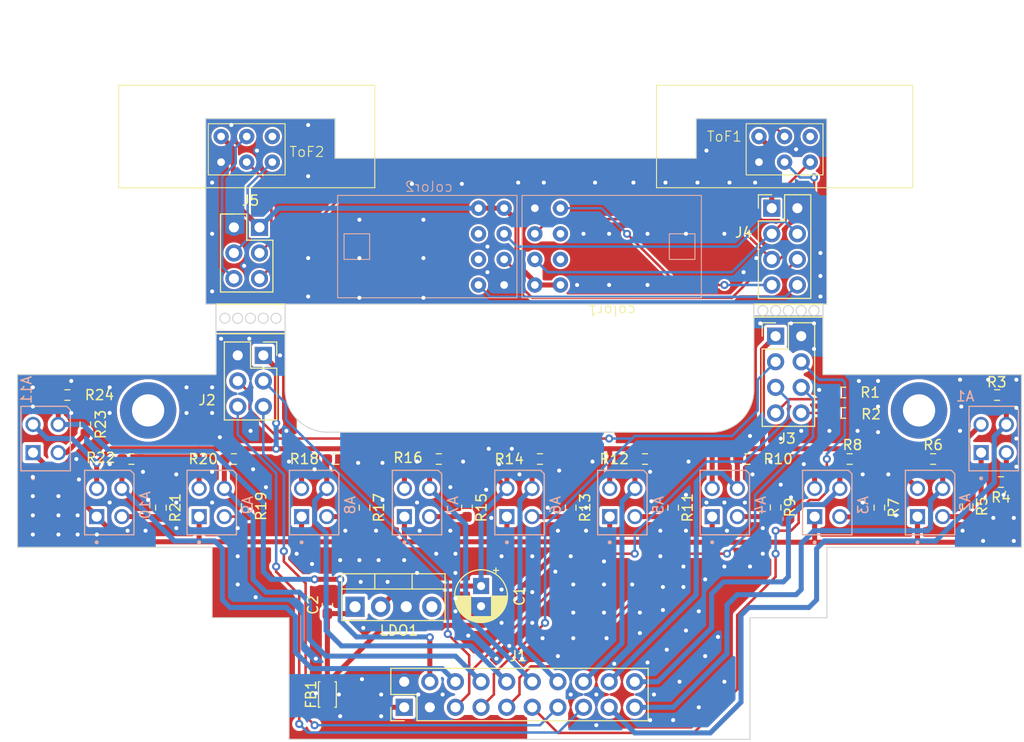
<source format=kicad_pcb>
(kicad_pcb (version 20240108) (generator "pcbnew") (generator_version "8.0")
  (layers (0 "F.Cu" signal) (31 "B.Cu" signal) (34 "B.Paste" user) (35 "F.Paste" user) (36 "B.SilkS" user "B.Silkscreen") (37 "F.SilkS" user "F.Silkscreen") (38 "B.Mask" user) (39 "F.Mask" user) (44 "Edge.Cuts" user))
  (net 0 "")
  (net 1 "Net-(A1-Pad2)")
  (net 2 "/Line1")
  (net 3 "+3.3V")
  (net 4 "+5V")
  (net 5 "Net-(A2-Pad2)")
  (net 6 "/Line2")
  (net 7 "/Line3")
  (net 8 "Net-(A3-Pad2)")
  (net 9 "/Line4")
  (net 10 "Net-(A4-Pad2)")
  (net 11 "/Line5")
  (net 12 "Net-(A5-Pad2)")
  (net 13 "GND")
  (net 14 "/SCL")
  (net 15 "/SDA")
  (net 16 "Net-(J3-Pin_4)")
  (net 17 "Net-(J3-Pin_5)")
  (net 18 "/SCL1")
  (net 19 "/SDA1")
  (net 20 "/XSHUT1")
  (net 21 "/XSHUT2")
  (net 23 "Net-(J1-Pin_1)")
  (net 24 "Net-(A6-Pad2)")
  (net 25 "/Line6")
  (net 26 "/Line7")
  (net 27 "Net-(A7-Pad2)")
  (net 28 "/Line8")
  (net 29 "Net-(A8-Pad2)")
  (net 30 "Net-(A9-Pad2)")
  (net 31 "/Line9")
  (net 32 "Net-(A10-Pad2)")
  (net 33 "/Line10")
  (net 34 "Net-(A11-Pad2)")
  (net 35 "/Line11")
  (net 36 "GND2")
  (net 37 "+3.3VA")
  (net 39 "/SDA_")
  (net 40 "/SCL_")
  (net 43 "/SDA1_")
  (net 45 "/SCL1_")
  (net 46 "/XSHUT2_")
  (net 47 "/XSHUT1_")
  (net 50 "/c1")
  (net 51 "/c2")
  (footprint "Resistor_SMD:R_0603_1608Metric_Pad0.98x0.95mm_HandSolder" (layer "F.Cu") (at 133.440886 89.151 -90)
    (property "Reference" "R5")
    (property "Value" "330")
  )
  (footprint "Resistor_SMD:R_0603_1608Metric_Pad0.98x0.95mm_HandSolder" (layer "F.Cu") (at 91.022886 84.452)
    (property "Reference" "R14")
    (property "Value" "22k")
  )
  (footprint "Resistor_SMD:R_0603_1608Metric_Pad0.98x0.95mm_HandSolder" (layer "F.Cu") (at 80.989886 84.452)
    (property "Reference" "R16")
    (property "Value" "22k")
  )
  (footprint "MountingHole:MountingHole_3.2mm_M3_DIN965_Pad" (layer "F.Cu") (at 128.614886 79.626)
    (property "Reference" "REF**" (hide yes))
    (property "Value" "MountingHole_3.2mm_M3_DIN965_Pad" (hide yes))
  )
  (footprint "Resistor_SMD:R_0603_1608Metric_Pad0.98x0.95mm_HandSolder" (layer "F.Cu") (at 136.742886 86.738)
    (property "Reference" "R4")
    (property "Value" "330")
  )
  (footprint "Resistor_SMD:R_0603_1608Metric_Pad0.98x0.95mm_HandSolder" (layer "F.Cu") (at 73.623886 89.278 -90)
    (property "Reference" "R17")
    (property "Value" "330")
  )
  (footprint "MountingHole:MountingHole_3.2mm_M3_DIN965_Pad" (layer "F.Cu") (at 52.160886 79.626)
    (property "Reference" "REF**" (hide yes))
    (property "Value" "MountingHole_3.2mm_M3_DIN965_Pad" (hide yes))
  )
  (footprint "Capacitor_SMD:C_0603_1608Metric_Pad1.08x0.95mm_HandSolder" (layer "F.Cu") (at 69.940886 98.93 90)
    (property "Reference" "C2")
    (property "Value" "0.33u")
  )
  (footprint "Connector_PinSocket_2.54mm:PinSocket_2x04_P2.54mm_Vertical" (layer "F.Cu") (at 116.930886 72.26)
    (property "Reference" "J3")
    (property "Value" "ColorSensor")
  )
  (footprint "Resistor_SMD:R_0603_1608Metric_Pad0.98x0.95mm_HandSolder" (layer "F.Cu") (at 104.230886 89.278 -90)
    (property "Reference" "R11")
    (property "Value" "330")
  )
  (footprint "Resistor_SMD:R_0603_1608Metric_Pad0.98x0.95mm_HandSolder" (layer "F.Cu") (at 61.939886 89.1275 -90)
    (property "Reference" "R19")
    (property "Value" "330")
  )
  (footprint "Resistor_SMD:R_0603_1608Metric_Pad0.98x0.95mm_HandSolder" (layer "F.Cu") (at 45.937886 81.023 -90)
    (property "Reference" "R23")
    (property "Value" "330")
  )
  (footprint "ToF:VL6180X" (layer "F.Cu") (at 61.939886 53.718 180)
    (property "Reference" "ToF2")
    (property "Value" "~")
  )
  (footprint "Resistor_SMD:R_0603_1608Metric_Pad0.98x0.95mm_HandSolder" (layer "F.Cu") (at 53.430886 89.278 -90)
    (property "Reference" "R21")
    (property "Value" "330")
  )
  (footprint "Resistor_SMD:R_0603_1608Metric_Pad0.98x0.95mm_HandSolder" (layer "F.Cu") (at 101.436886 84.452)
    (property "Reference" "R12")
    (property "Value" "22k")
  )
  (footprint "Capacitor_THT:CP_Radial_D5.0mm_P2.00mm" (layer "F.Cu") (at 85.180886 97.057 -90)
    (property "Reference" "C1")
    (property "Value" "47u")
  )
  (footprint "Resistor_SMD:R_0603_1608Metric_Pad0.98x0.95mm_HandSolder" (layer "F.Cu") (at 111.596886 84.452)
    (property "Reference" "R10")
    (property "Value" "22k")
  )
  (footprint "Resistor_SMD:R_0603_1608Metric_Pad0.98x0.95mm_HandSolder" (layer "F.Cu") (at 83.783886 89.278 -90)
    (property "Reference" "R15")
    (property "Value" "330")
  )
  (footprint "Resistor_SMD:R_0603_1608Metric_Pad0.98x0.95mm_HandSolder" (layer "F.Cu") (at 121.098386 79.88)
    (property "Reference" "R2")
    (property "Value" "160")
  )
  (footprint "Resistor_SMD:R_0603_1608Metric_Pad0.98x0.95mm_HandSolder" (layer "F.Cu") (at 44.159886 78.102)
    (property "Reference" "R24")
    (property "Value" "22k")
  )
  (footprint "Resistor_SMD:R_0603_1608Metric_Pad0.98x0.95mm_HandSolder" (layer "F.Cu") (at 94.070886 89.278 -90)
    (property "Reference" "R13")
    (property "Value" "330")
  )
  (footprint "Resistor_SMD:R_0603_1608Metric_Pad0.98x0.95mm_HandSolder" (layer "F.Cu") (at 121.733386 84.452)
    (property "Reference" "R8")
    (property "Value" "22k")
  )
  (footprint "Connector_PinSocket_2.54mm:PinSocket_2x03_P2.54mm_Vertical" (layer "F.Cu") (at 63.590886 74.165)
    (property "Reference" "J2")
    (property "Value" "Conn_01x06")
  )
  (footprint "ToF:VL6180X" (layer "F.Cu") (at 115.279886 53.718 180)
    (property "Reference" "ToF1")
    (property "Value" "~")
  )
  (footprint "Resistor_SMD:R_0603_1608Metric_Pad0.98x0.95mm_HandSolder" (layer "F.Cu") (at 130.011886 84.452 180)
    (property "Reference" "R6")
    (property "Value" "22k")
  )
  (footprint "Resistor_SMD:R_0603_1608Metric_Pad0.98x0.95mm_HandSolder" (layer "F.Cu") (at 50.509886 84.452)
    (property "Reference" "R22")
    (property "Value" "22k")
  )
  (footprint "Connector_PinHeader_2.54mm:PinHeader_2x10_P2.54mm_Vertical" (layer "F.Cu") (at 77.560886 109.09 90)
    (property "Reference" "J1")
    (property "Value" "Conn_02x10")
  )
  (footprint "Connector_PinHeader_2.54mm:PinHeader_2x04_P2.54mm_Vertical" (layer "F.Cu") (at 114.009886 59.56)
    (property "Reference" "J4")
    (property "Value" "ColorSensor")
  )
  (footprint "Inductor_SMD:L_Walsin_WLFM201209x" (layer "F.Cu") (at 69.940886 107.82 90)
    (property "Reference" "FB1")
    (property "Value" "100R")
  )
  (footprint "Resistor_SMD:R_0603_1608Metric_Pad0.98x0.95mm_HandSolder" (layer "F.Cu") (at 114.390886 89.2545 -90)
    (property "Reference" "R9")
    (property "Value" "330")
  )
  (footprint "Resistor_SMD:R_0603_1608Metric_Pad0.98x0.95mm_HandSolder" (layer "F.Cu") (at 121.098386 77.848)
    (property "Reference" "R1")
    (property "Value" "160")
  )
  (footprint "Resistor_SMD:R_0603_1608Metric_Pad0.98x0.95mm_HandSolder" (layer "F.Cu") (at 60.669886 84.452)
    (property "Reference" "R20")
    (property "Value" "22k")
  )
  (footprint "Connector_PinHeader_2.54mm:PinHeader_2x03_P2.54mm_Vertical" (layer "F.Cu") (at 60.669886 61.465)
    (property "Reference" "J5")
    (property "Value" "Conn_01x06")
  )
  (footprint "Resistor_SMD:R_0603_1608Metric_Pad0.98x0.95mm_HandSolder" (layer "F.Cu") (at 70.829886 84.452)
    (property "Reference" "R18")
    (property "Value" "22k")
  )
  (footprint "Package_TO_SOT_THT:TO-220-4_Vertical" (layer "F.Cu") (at 72.681886 99.11)
    (property "Reference" "LDO1")
    (property "Value" "PQ3RD23")
  )
  (footprint "Resistor_SMD:R_0603_1608Metric_Pad0.98x0.95mm_HandSolder" (layer "F.Cu") (at 136.361886 78.102 180)
    (property "Reference" "R3")
    (property "Value" "22k")
  )
  (footprint "Resistor_SMD:R_0603_1608Metric_Pad0.98x0.95mm_HandSolder" (layer "F.Cu") (at 124.677886 89.278 -90)
    (property "Reference" "R7")
    (property "Value" "330")
  )
  (footprint "RPR-220:PHODET_RPR-220" (layer "B.Cu") (at 58.470886 88.77 90)
    (property "Reference" "A9")
    (property "Value" "RPR-220")
  )
  (footprint "ColorSensor:TCS34725" (layer "B.Cu") (at 86.196886 63.37 180)
    (property "Reference" "color2")
    (property "Value" "~")
  )
  (footprint "RPR-220:PHODET_RPR-220" (layer "B.Cu") (at 88.990886 88.77 90)
    (property "Reference" "A6")
    (property "Value" "RPR-220")
  )
  (footprint "RPR-220:PHODET_RPR-220" (layer "B.Cu") (at 48.310886 88.77 90)
    (property "Reference" "A10")
    (property "Value" "RPR-220")
  )
  (footprint "RPR-220:PHODET_RPR-220" (layer "B.Cu") (at 99.190886 88.77 90)
    (property "Reference" "A5")
    (property "Value" "RPR-220")
  )
  (footprint "RPR-220:PHODET_RPR-220" (layer "B.Cu") (at 68.630886 88.77 90)
    (property "Reference" "A8")
    (property "Value" "RPR-220")
  )
  (footprint "RPR-220:PHODET_RPR-220" (layer "B.Cu") (at 136.020886 82.42 90)
    (property "Reference" "A1")
    (property "Value" "RPR-220")
  )
  (footprint "RPR-220:PHODET_RPR-220" (layer "B.Cu") (at 78.830886 88.77 90)
    (property "Reference" "A7")
    (property "Value" "RPR-220")
  )
  (footprint "ColorSensor:TCS34725" (layer "B.Cu") (at 91.784886 63.37)
    (property "Reference" "color1")
    (property "Value" "~")
  )
  (footprint "RPR-220:PHODET_RPR-220" (layer "B.Cu") (at 42.000886 82.42 90)
    (property "Reference" "A11")
    (property "Value" "RPR-220")
  )
  (footprint "RPR-220:PHODET_RPR-220" (layer "B.Cu") (at 129.710886 88.77 90)
    (property "Reference" "A2")
    (property "Value" "RPR-220")
  )
  (footprint "RPR-220:PHODET_RPR-220" (layer "B.Cu") (at 119.510886 88.77 90)
    (property "Reference" "A3")
    (property "Value" "RPR-220")
  )
  (footprint "RPR-220:PHODET_RPR-220" (layer "B.Cu") (at 109.350886 88.77 90)
    (property "Reference" "A4")
    (property "Value" "RPR-220")
  )
  (gr_line (start 112.231886 70.355) (end 119.089886 70.355) (stroke (width 0.15)) (layer "F.SilkS"))
  (gr_line (start 119.089886 69.085) (end 112.231886 69.085) (stroke (width 0.15)) (layer "F.SilkS"))
  (gr_line (start 58.891886 72.006) (end 65.749886 72.006) (stroke (width 0.15)) (layer "F.SilkS"))
  (gr_line (start 58.891886 69.085) (end 65.749886 69.085) (stroke (width 0.15)) (layer "F.SilkS"))
  (gr_line (start 102.579886 54.607) (end 106.516886 54.607) (stroke (width 0.1)) (layer "Edge.Cuts"))
  (gr_circle (center 62.312886 70.482) (end 62.812886 70.482) (stroke (width 0.1)) (fill none) (layer "Edge.Cuts"))
  (gr_arc (start 69.940886 81.785) (mid 66.977401 80.557485) (end 65.749886 77.594) (stroke (width 0.1)) (layer "Edge.Cuts"))
  (gr_line (start 58.510886 100.2) (end 66.130886 100.2) (stroke (width 0.1)) (layer "Edge.Cuts"))
  (gr_line (start 65.749886 76.07) (end 65.749886 77.594) (stroke (width 0.1)) (layer "Edge.Cuts"))
  (gr_line (start 112.231886 70.355) (end 112.231886 69.085) (stroke (width 0.1)) (layer "Edge.Cuts"))
  (gr_line (start 70.702886 50.67) (end 57.875886 50.67) (stroke (width 0.1)) (layer "Edge.Cuts"))
  (gr_line (start 65.749886 72.006) (end 65.749886 76.07) (stroke (width 0.1)) (layer "Edge.Cuts"))
  (gr_line (start 112.231886 70.355) (end 112.231886 77.594) (stroke (width 0.1)) (layer "Edge.Cuts"))
  (gr_line (start 58.891886 76.07) (end 58.891886 72.006) (stroke (width 0.1)) (layer "Edge.Cuts"))
  (gr_line (start 138.774886 93.215) (end 138.774886 76.07) (stroke (width 0.1)) (layer "Edge.Cuts"))
  (gr_line (start 119.470886 50.67) (end 119.470886 69.085) (stroke (width 0.1)) (layer "Edge.Cuts"))
  (gr_line (start 106.516886 54.607) (end 106.516886 50.67) (stroke (width 0.1)) (layer "Edge.Cuts"))
  (gr_circle (center 59.772886 70.482) (end 60.272886 70.482) (stroke (width 0.1)) (fill none) (layer "Edge.Cuts"))
  (gr_line (start 65.749886 72.006) (end 65.749886 69.085) (stroke (width 0.1)) (layer "Edge.Cuts"))
  (gr_arc (start 112.231886 77.594) (mid 111.004371 80.557485) (end 108.040886 81.785) (stroke (width 0.1)) (layer "Edge.Cuts"))
  (gr_circle (center 64.852886 70.482) (end 65.352886 70.482) (stroke (width 0.1)) (fill none) (layer "Edge.Cuts"))
  (gr_line (start 111.850886 112.265) (end 111.850886 100.2) (stroke (width 0.1)) (layer "Edge.Cuts"))
  (gr_circle (center 116.922886 69.72) (end 117.422886 69.72) (stroke (width 0.1)) (fill none) (layer "Edge.Cuts"))
  (gr_line (start 138.774886 93.215) (end 119.470886 93.215) (stroke (width 0.1)) (layer "Edge.Cuts"))
  (gr_line (start 70.702886 54.607) (end 74.639886 54.607) (stroke (width 0.1)) (layer "Edge.Cuts"))
  (gr_line (start 57.875886 69.085) (end 58.891886 69.085) (stroke (width 0.1)) (layer "Edge.Cuts"))
  (gr_line (start 57.875886 69.085) (end 57.875886 50.67) (stroke (width 0.1)) (layer "Edge.Cuts"))
  (gr_line (start 119.470886 100.2) (end 111.850886 100.2) (stroke (width 0.1)) (layer "Edge.Cuts"))
  (gr_line (start 69.940886 81.785) (end 108.040886 81.785) (stroke (width 0.1)) (layer "Edge.Cuts"))
  (gr_line (start 58.510886 93.215) (end 58.510886 100.2) (stroke (width 0.1)) (layer "Edge.Cuts"))
  (gr_line (start 88.990886 112.265) (end 66.130886 112.265) (stroke (width 0.1)) (layer "Edge.Cuts"))
  (gr_line (start 102.579886 54.607) (end 74.639886 54.607) (stroke (width 0.1)) (layer "Edge.Cuts"))
  (gr_line (start 65.749886 69.085) (end 112.231886 69.085) (stroke (width 0.1)) (layer "Edge.Cuts"))
  (gr_line (start 119.089886 69.085) (end 119.470886 69.085) (stroke (width 0.1)) (layer "Edge.Cuts"))
  (gr_circle (center 114.398886 69.72) (end 114.898886 69.72) (stroke (width 0.1)) (fill none) (layer "Edge.Cuts"))
  (gr_line (start 119.470886 93.215) (end 119.470886 100.2) (stroke (width 0.1)) (layer "Edge.Cuts"))
  (gr_line (start 119.089886 70.355) (end 119.089886 74.419) (stroke (width 0.1)) (layer "Edge.Cuts"))
  (gr_circle (center 113.120886 69.728) (end 113.620886 69.728) (stroke (width 0.1)) (fill none) (layer "Edge.Cuts"))
  (gr_circle (center 63.582886 70.482) (end 64.082886 70.482) (stroke (width 0.1)) (fill none) (layer "Edge.Cuts"))
  (gr_circle (center 115.652886 69.72) (end 116.152886 69.72) (stroke (width 0.1)) (fill none) (layer "Edge.Cuts"))
  (gr_line (start 88.990886 112.265) (end 111.850886 112.265) (stroke (width 0.1)) (layer "Edge.Cuts"))
  (gr_circle (center 61.042886 70.482) (end 61.542886 70.482) (stroke (width 0.1)) (fill none) (layer "Edge.Cuts"))
  (gr_line (start 39.206886 93.215) (end 39.206886 76.07) (stroke (width 0.1)) (layer "Edge.Cuts"))
  (gr_line (start 106.516886 50.67) (end 119.470886 50.67) (stroke (width 0.1)) (layer "Edge.Cuts"))
  (gr_line (start 58.891886 72.006) (end 58.891886 69.085) (stroke (width 0.1)) (layer "Edge.Cuts"))
  (gr_line (start 70.702886 54.607) (end 70.702886 50.67) (stroke (width 0.1)) (layer "Edge.Cuts"))
  (gr_line (start 39.206886 76.07) (end 58.891886 76.07) (stroke (width 0.1)) (layer "Edge.Cuts"))
  (gr_line (start 119.089886 70.355) (end 119.089886 69.085) (stroke (width 0.1)) (layer "Edge.Cuts"))
  (gr_line (start 66.130886 112.265) (end 66.130886 100.2) (stroke (width 0.1)) (layer "Edge.Cuts"))
  (gr_circle (center 118.200886 69.72) (end 118.700886 69.72) (stroke (width 0.1)) (fill none) (layer "Edge.Cuts"))
  (gr_line (start 138.774886 76.07) (end 119.089886 76.07) (stroke (width 0.1)) (layer "Edge.Cuts"))
  (gr_line (start 58.510886 93.215) (end 39.206886 93.215) (stroke (width 0.1)) (layer "Edge.Cuts"))
  (gr_line (start 119.089886 74.419) (end 119.089886 76.07) (stroke (width 0.1)) (layer "Edge.Cuts"))
  (segment (start 137.270886 83.82) (end 137.270886 86.3535) (width 0.5) (layer "F.Cu") (net 1))
  (segment (start 137.270886 86.3535) (end 137.655386 86.738) (width 0.5) (layer "F.Cu") (net 1))
  (segment (start 137.270886 78.1055) (end 137.274386 78.102) (width 0.5) (layer "F.Cu") (net 2))
  (segment (start 137.270886 81.02) (end 137.270886 78.1055) (width 0.5) (layer "F.Cu") (net 2))
  (segment (start 137.270886 81.02) (end 136.070886 82.22) (width 0.5) (layer "B.Cu") (net 2))
  (segment (start 136.070886 82.22) (end 136.070886 86.775) (width 0.5) (layer "B.Cu") (net 2))
  (segment (start 111.73761 99.184) (end 110.961886 99.959724) (width 0.5) (layer "B.Cu") (net 2))
  (segment (start 110.961886 108.582) (end 107.913886 111.63) (width 0.5) (layer "B.Cu") (net 2))
  (segment (start 110.961886 99.959724) (end 110.961886 108.582) (width 0.5) (layer "B.Cu") (net 2))
  (segment (start 117.692886 99.184) (end 111.73761 99.184) (width 0.5) (layer "B.Cu") (net 2))
  (segment (start 107.913886 111.63) (end 100.420886 111.63) (width 0.5) (layer "B.Cu") (net 2))
  (segment (start 118.454886 93.342) (end 118.454886 98.422) (width 0.5) (layer "B.Cu") (net 2))
  (segment (start 136.070886 86.775) (end 130.265886 92.58) (width 0.5) (layer "B.Cu") (net 2))
  (segment (start 130.265886 92.58) (end 119.216886 92.58) (width 0.5) (layer "B.Cu") (net 2))
  (segment (start 119.216886 92.58) (end 118.454886 93.342) (width 0.5) (layer "B.Cu") (net 2))
  (segment (start 100.420886 111.63) (end 97.880886 109.09) (width 0.5) (layer "B.Cu") (net 2))
  (segment (start 118.454886 98.422) (end 117.692886 99.184) (width 0.5) (layer "B.Cu") (net 2))
  (segment (start 128.460886 87.37) (end 127.090886 86) (width 0.5) (layer "F.Cu") (net 3))
  (segment (start 118.454886 83.436) (end 127.090886 83.436) (width 0.5) (layer "F.Cu") (net 3))
  (segment (start 97.940886 87.37) (end 97.940886 83.496) (width 0.5) (layer "F.Cu") (net 3))
  (segment (start 64.890886 75.465) (end 64.890886 80.866) (width 0.5) (layer "F.Cu") (net 3))
  (segment (start 77.560886 83.436) (end 83.806886 83.436) (width 0.5) (layer "F.Cu") (net 3))
  (segment (start 87.740886 87.37) (end 87.740886 85.355146) (width 0.5) (layer "F.Cu") (net 3))
  (segment (start 118.260886 87.37) (end 118.260886 83.63) (width 0.5) (layer "F.Cu") (net 3))
  (segment (start 97.880886 83.436) (end 108.040886 83.436) (width 0.5) (layer "F.Cu") (net 3))
  (segment (start 67.380886 87.37) (end 67.380886 83.456) (width 0.5) (layer "F.Cu") (net 3))
  (segment (start 108.100886 83.496) (end 108.040886 83.436) (width 0.5) (layer "F.Cu") (net 3))
  (segment (start 57.220886 83.456) (end 57.240886 83.436) (width 0.5) (layer "F.Cu") (net 3))
  (segment (start 77.580886 87.37) (end 77.580886 83.456) (width 0.5) (layer "F.Cu") (net 3))
  (segment (start 57.240886 83.436) (end 48.477886 83.436) (width 0.5) (layer "F.Cu") (net 3))
  (segment (start 127.090886 86) (end 127.090886 83.436) (width 0.5) (layer "F.Cu") (net 3))
  (segment (start 118.260886 83.63) (end 118.454886 83.436) (width 0.5) (layer "F.Cu") (net 3))
  (segment (start 67.400886 83.436) (end 77.560886 83.436) (width 0.5) (layer "F.Cu") (net 3))
  (segment (start 113.090886 73.56) (end 113.090886 83.406) (width 0.5) (layer "F.Cu") (net 3))
  (segment (start 77.274886 97.057) (end 85.180886 97.057) (width 0.5) (layer "F.Cu") (net 3))
  (segment (start 64.860886 83.436) (end 67.400886 83.436) (width 0.5) (layer "F.Cu") (net 3))
  (segment (start 48.477886 83.436) (end 47.060886 84.853) (width 0.5) (layer "F.Cu") (net 3))
  (segment (start 113.120886 83.436) (end 118.454886 83.436) (width 0.5) (layer "F.Cu") (net 3))
  (segment (start 57.220886 87.37) (end 57.220886 83.456) (width 0.5) (layer "F.Cu") (net 3))
  (segment (start 127.090886 83.436) (end 132.354886 83.436) (width 0.5) (layer "F.Cu") (net 3))
  (segment (start 67.380886 83.456) (end 67.400886 83.436) (width 0.5) (layer "F.Cu") (net 3))
  (segment (start 64.890886 80.866) (end 64.860886 80.896) (width 0.5) (layer "F.Cu") (net 3))
  (segment (start 64.860886 83.436) (end 57.240886 83.436) (width 0.5) (layer "F.Cu") (net 3))
  (segment (start 47.060886 84.853) (end 47.060886 87.37) (width 0.5) (layer "F.Cu") (net 3))
  (segment (start 87.740886 85.355146) (end 89.660032 83.436) (width 0.5) (layer "F.Cu") (net 3))
  (segment (start 97.940886 83.496) (end 97.880886 83.436) (width 0.5) (layer "F.Cu") (net 3))
  (segment (start 75.221886 99.11) (end 77.274886 97.057) (width 0.5) (layer "F.Cu") (net 3))
  (segment (start 83.806886 83.436) (end 87.740886 87.37) (width 0.5) (layer "F.Cu") (net 3))
  (segment (start 108.100886 87.37) (end 108.100886 83.496) (width 0.5) (layer "F.Cu") (net 3))
  (segment (start 108.040886 83.436) (end 113.120886 83.436) (width 0.5) (layer "F.Cu") (net 3))
  (segment (start 114.390886 72.26) (end 113.090886 73.56) (width 0.5) (layer "F.Cu") (net 3))
  (segment (start 132.354886 83.436) (end 134.770886 81.02) (width 0.5) (layer "F.Cu") (net 3))
  (segment (start 89.660032 83.436) (end 97.880886 83.436) (width 0.5) (layer "F.Cu") (net 3))
  (segment (start 113.090886 83.406) (end 113.120886 83.436) (width 0.5) (layer "F.Cu") (net 3))
  (segment (start 77.580886 83.456) (end 77.560886 83.436) (width 0.5) (layer "F.Cu") (net 3))
  (segment (start 63.590886 74.165) (end 64.890886 75.465) (width 0.5) (layer "F.Cu") (net 3))
  (via (at 47.060886 84.853) (size 0.8) (drill 0.4) (layers "F.Cu" "B.Cu") (net 3))
  (via (at 64.860886 83.436) (size 0.8) (drill 0.4) (layers "F.Cu" "B.Cu") (net 3))
  (via (at 64.860886 80.896) (size 0.8) (drill 0.4) (layers "F.Cu" "B.Cu") (net 3))
  (segment (start 85.180886 89.93) (end 87.740886 87.37) (width 0.5) (layer "B.Cu") (net 3))
  (segment (start 44.627886 82.42) (end 42.150886 82.42) (width 0.5) (layer "B.Cu") (net 3))
  (segment (start 42.150886 82.42) (end 40.750886 81.02) (width 0.5) (layer "B.Cu") (net 3))
  (segment (start 64.860886 83.436) (end 64.860886 80.896) (width 0.5) (layer "B.Cu") (net 3))
  (segment (start 85.180886 97.057) (end 85.180886 89.93) (width 0.5) (layer "B.Cu") (net 3))
  (segment (start 47.060886 84.853) (end 44.627886 82.42) (width 0.5) (layer "B.Cu") (net 3))
  (segment (start 57.220886 90.17) (end 57.220886 92.644) (width 0.5) (layer "F.Cu") (net 4))
  (segment (start 128.460886 90.17) (end 128.460886 92.68) (width 0.5) (layer "F.Cu") (net 4))
  (segment (start 87.720886 92.664) (end 77.560886 92.664) (width 0.5) (layer "F.Cu") (net 4))
  (segment (start 49.554886 92.664) (end 47.060886 90.17) (width 0.5) (layer "F.Cu") (net 4))
  (segment (start 47.060886 90.13) (end 40.750886 83.82) (width 0.5) (layer "F.Cu") (net 4))
  (segment (start 69.940886 106.67) (end 75.394886 101.216) (width 0.5) (layer "F.Cu") (net 4))
  (segment (start 128.487886 92.707) (end 133.186886 92.707) (width 0.5) (layer "F.Cu") (net 4))
  (segment (start 67.400886 92.664) (end 57.240886 92.664) (width 0.5) (layer "F.Cu") (net 4))
  (segment (start 118.260886 90.17) (end 118.260886 92.64) (width 0.5) (layer "F.Cu") (net 4))
  (segment (start 118.260886 92.64) (end 118.327886 92.707) (width 0.5) (layer "F.Cu") (net 4))
  (segment (start 128.460886 92.68) (end 128.487886 92.707) (width 0.5) (layer "F.Cu") (net 4))
  (segment (start 97.940886 92.664) (end 97.940886 90.17) (width 0.5) (layer "F.Cu") (net 4))
  (segment (start 118.327886 92.707) (end 128.487886 92.707) (width 0.5) (layer "F.Cu") (net 4))
  (segment (start 81.526804 100.962) (end 85.434886 100.962) (width 0.5) (layer "F.Cu") (net 4))
  (segment (start 108.167886 92.707) (end 118.327886 92.707) (width 0.5) (layer "F.Cu") (net 4))
  (segment (start 47.060886 90.17) (end 47.060886 90.13) (width 0.5) (layer "F.Cu") (net 4))
  (segment (start 69.940886 99.7925) (end 71.999386 99.7925) (width 0.5) (layer "F.Cu") (net 4))
  (segment (start 71.999386 99.7925) (end 72.681886 99.11) (width 0.5) (layer "F.Cu") (net 4))
  (segment (start 87.740886 90.17) (end 87.740886 92.644) (width 0.5) (layer "F.Cu") (net 4))
  (segment (start 57.240886 92.664) (end 49.554886 92.664) (width 0.5) (layer "F.Cu") (net 4))
  (segment (start 69.940886 106.67) (end 69.940886 99.7925) (width 0.5) (layer "F.Cu") (net 4))
  (segment (start 67.380886 92.644) (end 67.400886 92.664) (width 0.5) (layer "F.Cu") (net 4))
  (segment (start 57.220886 92.644) (end 57.240886 92.664) (width 0.5) (layer "F.Cu") (net 4))
  (segment (start 77.580886 90.17) (end 77.580886 92.644) (width 0.5) (layer "F.Cu") (net 4))
  (segment (start 81.272804 101.216) (end 81.526804 100.962) (width 0.5) (layer "F.Cu") (net 4))
  (segment (start 75.394886 101.216) (end 81.272804 101.216) (width 0.5) (layer "F.Cu") (net 4))
  (segment (start 97.983886 92.707) (end 97.940886 92.664) (width 0.5) (layer "F.Cu") (net 4))
  (segment (start 133.186886 92.707) (end 134.770886 91.123) (width 0.5) (layer "F.Cu") (net 4))
  (segment (start 93.689886 92.707) (end 97.983886 92.707) (width 0.5) (layer "F.Cu") (net 4))
  (segment (start 134.770886 91.123) (end 134.770886 83.82) (width 0.5) (layer "F.Cu") (net 4))
  (segment (start 108.100886 90.17) (end 108.100886 92.64) (width 0.5) (layer "F.Cu") (net 4))
  (segment (start 97.983886 92.707) (end 108.167886 92.707) (width 0.5) (layer "F.Cu") (net 4))
  (segment (start 87.740886 92.644) (end 87.720886 92.664) (width 0.5) (layer "F.Cu") (net 4))
  (segment (start 77.560886 92.664) (end 67.400886 92.664) (width 0.5) (layer "F.Cu") (net 4))
  (segment (start 67.380886 90.17) (end 67.380886 92.644) (width 0.5) (layer "F.Cu") (net 4))
  (segment (start 97.940886 92.664) (end 87.720886 92.664) (width 0.5) (layer "F.Cu") (net 4))
  (segment (start 77.580886 92.644) (end 77.560886 92.664) (width 0.5) (layer "F.Cu") (net 4))
  (segment (start 85.434886 100.962) (end 93.689886 92.707) (width 0.5) (layer "F.Cu") (net 4))
  (segment (start 108.100886 92.64) (end 108.167886 92.707) (width 0.5) (layer "F.Cu") (net 4))
  (segment (start 133.334386 90.17) (end 133.440886 90.0635) (width 0.5) (layer "F.Cu") (net 5))
  (segment (start 130.960886 90.17) (end 133.334386 90.17) (width 0.5) (layer "F.Cu") (net 5))
  (segment (start 130.960886 87.37) (end 130.960886 84.4885) (width 0.5) (layer "F.Cu") (net 6))
  (segment (start 130.960886 84.4885) (end 130.924386 84.452) (width 0.5) (layer "F.Cu") (net 6))
  (segment (start 109.564886 103.756) (end 104.230886 109.09) (width 0.5) (layer "B.Cu") (net 6))
  (segment (start 129.757886 91.273) (end 129.466886 91.564) (width 0.5) (layer "B.Cu") (net 6))
  (segment (start 104.230886 109.09) (end 100.420886 109.09) (width 0.5) (layer "B.Cu") (net 6))
  (segment (start 129.466886 91.564) (end 118.200886 91.564) (width 0.5) (layer "B.Cu") (net 6))
  (segment (start 110.580886 97.914) (end 109.564886 98.93) (width 0.5) (layer "B.Cu") (net 6))
  (segment (start 116.930886 97.406) (end 116.422886 97.914) (width 0.5) (layer "B.Cu") (net 6))
  (segment (start 109.564886 98.93) (end 109.564886 103.756) (width 0.5) (layer "B.Cu") (net 6))
  (segment (start 130.960886 87.37) (end 129.757886 88.573) (width 0.5) (layer "B.Cu") (net 6))
  (segment (start 116.422886 97.914) (end 110.580886 97.914) (width 0.5) (layer "B.Cu") (net 6))
  (segment (start 116.930886 92.834) (end 116.930886 97.406) (width 0.5) (layer "B.Cu") (net 6))
  (segment (start 129.757886 88.573) (end 129.757886 91.273) (width 0.5) (layer "B.Cu") (net 6))
  (segment (start 118.200886 91.564) (end 116.930886 92.834) (width 0.5) (layer "B.Cu") (net 6))
  (segment (start 120.760886 87.37) (end 120.760886 84.512) (width 0.5) (layer "F.Cu") (net 7))
  (segment (start 120.760886 84.512) (end 120.820886 84.452) (width 0.5) (layer "F.Cu") (net 7))
  (segment (start 119.160886 88.97) (end 117.060886 88.97) (width 0.5) (layer "B.Cu") (net 7))
  (segment (start 115.152886 96.644) (end 109.221886 96.644) (width 0.5) (layer "B.Cu") (net 7))
  (segment (start 108.040886 97.825) (end 108.040886 101.216) (width 0.5) (layer "B.Cu") (net 7))
  (segment (start 115.660886 90.37) (end 115.660886 96.136) (width 0.5) (layer "B.Cu") (net 7))
  (segment (start 108.040886 101.216) (end 102.706886 106.55) (width 0.5) (layer "B.Cu") (net 7))
  (segment (start 109.221886 96.644) (end 108.040886 97.825) (width 0.5) (layer "B.Cu") (net 7))
  (segment (start 115.660886 96.136) (end 115.152886 96.644) (width 0.5) (layer "B.Cu") (net 7))
  (segment (start 102.706886 106.55) (end 100.420886 106.55) (width 0.5) (layer "B.Cu") (net 7))
  (segment (start 117.060886 88.97) (end 115.660886 90.37) (width 0.5) (layer "B.Cu") (net 7))
  (segment (start 120.760886 87.37) (end 119.160886 88.97) (width 0.5) (layer "B.Cu") (net 7))
  (segment (start 120.781386 90.1905) (end 120.760886 90.17) (width 0.5) (layer "F.Cu") (net 8))
  (segment (start 124.677886 90.1905) (end 120.781386 90.1905) (width 0.5) (layer "F.Cu") (net 8))
  (segment (start 110.600886 84.5355) (end 110.684386 84.452) (width 0.5) (layer "F.Cu") (net 9))
  (segment (start 110.600886 87.37) (end 110.600886 84.5355) (width 0.5) (layer "F.Cu") (net 9))
  (segment (start 106.516886 97.914) (end 97.880886 106.55) (width 0.5) (layer "B.Cu") (net 9))
  (segment (start 109.079886 85.849) (end 107.405886 85.849) (width 0.5) (layer "B.Cu") (net 9))
  (segment (start 107.405886 85.849) (end 106.516886 86.738) (width 0.5) (layer "B.Cu") (net 9))
  (segment (start 110.600886 87.37) (end 109.079886 85.849) (width 0.5) (layer "B.Cu") (net 9))
  (segment (start 106.516886 86.738) (end 106.516886 97.914) (width 0.5) (layer "B.Cu") (net 9))
  (segment (start 114.390886 90.167) (end 110.603886 90.167) (width 0.5) (layer "F.Cu") (net 10))
  (segment (start 110.603886 90.167) (end 110.600886 90.17) (width 0.5) (layer "F.Cu") (net 10))
  (segment (start 100.440886 84.5355) (end 100.524386 84.452) (width 0.5) (layer "F.Cu") (net 11))
  (segment (start 100.440886 87.37) (end 100.440886 84.5355) (width 0.5) (layer "F.Cu") (net 11))
  (segment (start 99.150886 88.66) (end 99.150886 102.74) (width 0.5) (layer "B.Cu") (net 11))
  (segment (start 99.150886 102.74) (end 95.340886 106.55) (width 0.5) (layer "B.Cu") (net 11))
  (segment (start 100.440886 87.37) (end 99.150886 88.66) (width 0.5) (layer "B.Cu") (net 11))
  (segment (start 104.210386 90.17) (end 104.230886 90.1905) (width 0.5) (layer "F.Cu") (net 12))
  (segment (start 100.440886 90.17) (end 104.210386 90.17) (width 0.5) (layer "F.Cu") (net 12))
  (via (at 104.865886 106.55) (size 0.8) (drill 0.4) (layers "F.Cu" "B.Cu") (net 13))
  (via (at 51.652886 85.722) (size 0.8) (drill 0.4) (layers "F.Cu" "B.Cu") (net 13))
  (via (at 55.970886 77.34) (size 0.8) (drill 0.4) (layers "F.Cu" "B.Cu") (net 13))
  (via (at 108.675886 102.105) (size 0.8) (drill 0.4) (layers "F.Cu" "B.Cu") (net 13))
  (via (at 138.266886 85.214) (size 0.8) (drill 0.4) (layers "F.Cu" "B.Cu") (net 13))
  (via (at 48.350886 77.34) (size 0.8) (drill 0.4) (layers "F.Cu" "B.Cu") (net 13))
  (via (at 43.270886 91.945) (size 0.8) (drill 0.4) (layers "F.Cu" "B.Cu") (net 13))
  (via (at 48.350886 79.88) (size 0.8) (drill 0.4) (layers "F.Cu" "B.Cu") (net 13))
  (via (at 88.990886 85.976) (size 0.8) (drill 0.4) (layers "F.Cu" "B.Cu") (net 13))
  (via (at 87.212886 100.708) (size 0.8) (drill 0.4) (layers "F.Cu" "B.Cu") (net 13))
  (via (at 94.324886 99.692) (size 0.8) (drill 0.4) (layers "F.Cu" "B.Cu") (net 13))
  (via (at 66.892886 93.85) (size 0.8) (drill 0.4) (layers "F.Cu" "B.Cu") (net 13))
  (via (at 45.048886 84.452) (size 0.8) (drill 0.4) (layers "F.Cu" "B.Cu") (net 13))
  (via (at 87.212886 97.406) (size 0.8) (drill 0.4) (layers "F.Cu" "B.Cu") (net 13))
  (via (at 114.898886 82.42) (size 0.8) (drill 0.4) (layers "F.Cu" "B.Cu") (net 13))
  (via (at 73.369886 106.296) (size 0.8) (drill 0.4) (layers "F.Cu" "B.Cu") (net 13))
  (via (at 61.050886 96.898) (size 0.8) (drill 0.4) (layers "F.Cu" "B.Cu") (net 13))
  (via (at 107.532886 88.77) (size 0.8) (drill 0.4) (layers "F.Cu" "B.Cu") (net 13))
  (via (at 92.800886 91.564) (size 0.8) (drill 0.4) (layers "F.Cu" "B.Cu") (net 13))
  (via (at 105.754886 84.706) (size 0.8) (drill 0.4) (layers "F.Cu" "B.Cu") (net 13))
  (via (at 102.071886 88.643) (size 0.8) (drill 0.4) (layers "F.Cu" "B.Cu") (net 13))
  (via (at 94.070886 107.82) (size 0.8) (drill 0.4) (layers "F.Cu" "B.Cu") (net 13))
  (via (at 92.546886 95.628) (size 0.8) (drill 0.4) (layers "F.Cu" "B.Cu") (net 13))
  (via (at 40.730886 79.245) (size 0.8) (drill 0.4) (layers "F.Cu" "B.Cu") (net 13))
  (via (at 97.372886 99.692) (size 0.8) (drill 0.4) (layers "F.Cu" "B.Cu") (net 13))
  (via (at 81.370886 107.82) (size 0.8) (drill 0.4) (layers "F.Cu" "B.Cu") (net 13))
  (via (at 91.784886 89.278) (size 0.8) (drill 0.4) (layers "F.Cu" "B.Cu") (net 13))
  (via (at 82.640886 99.565) (size 0.8) (drill 0.4) (layers "F.Cu" "B.Cu") (net 13))
  (via (at 43.270886 90.04) (size 0.8) (drill 0.4) (layers "F.Cu" "B.Cu") (net 13))
  (via (at 44.540886 76.705) (size 0.8) (drill 0.4) (layers "F.Cu" "B.Cu") (net 13))
  (via (at 58.510886 77.34) (size 0.8) (drill 0.4) (layers "F.Cu" "B.Cu") (net 13))
  (via (at 90.260886 94.104) (size 0.8) (drill 0.4) (layers "F.Cu" "B.Cu") (net 13))
  (via (at 111.850886 95.12) (size 0.8) (drill 0.4) (layers "F.Cu" "B.Cu") (net 13))
  (via (at 48.350886 84.96) (size 0.8) (drill 0.4) (layers "F.Cu" "B.Cu") (net 13))
  (via (at 114.898886 86.992) (size 0.8) (drill 0.4) (layers "F.Cu" "B.Cu") (net 13))
  (via (at 44.540886 79.88) (size 0.8) (drill 0.4) (layers "F.Cu" "B.Cu") (net 13))
  (via (at 51.906886 91.564) (size 0.8) (drill 0.4) (layers "F.Cu" "B.Cu") (net 13))
  (via (at 112.104886 85.976) (size 0.8) (drill 0.4) (layers "F.Cu" "B.Cu") (net 13))
  (via (at 96.610886 110.868) (size 0.8) (drill 0.4) (layers "F.Cu" "B.Cu") (net 13))
  (via (at 100.928886 101.724) (size 0.8) (drill 0.4) (layers "F.Cu" "B.Cu") (net 13))
  (via (at 45.302886 86.484) (size 0.8) (drill 0.4) (layers "F.Cu" "B.Cu") (net 13))
  (via (at 97.626886 102.232) (size 0.8) (drill 0.4) (layers "F.Cu" "B.Cu") (net 13))
  (via (at 94.070886 94.104) (size 0.8) (drill 0.4) (layers "F.Cu" "B.Cu") (net 13))
  (via (at 117.184886 84.96) (size 0.8) (drill 0.4) (layers "F.Cu" "B.Cu") (net 13))
  (via (at 138.266886 76.578) (size 0.8) (drill 0.4) (layers "F.Cu" "B.Cu") (net 13))
  (via (at 40.730886 77.34) (size 0.8) (drill 0.4) (layers "F.Cu" "B.Cu") (net 13))
  (via (at 96.610886 107.82) (size 0.8) (drill 0.4) (layers "F.Cu" "B.Cu") (net 13))
  (via (at 43.270886 88.135) (size 0.8) (drill 0.4) (layers "F.Cu" "B.Cu") (net 13))
  (via (at 118.200886 73.53) (size 0.8) (drill 0.4) (layers "F.Cu" "B.Cu") (net 13))
  (via (at 125.566886 85.976) (size 0.8) (drill 0.4) (layers "F.Cu" "B.Cu") (net 13))
  (via (at 82.640886 93.85) (size 0.8) (drill 0.4) (layers "F.Cu" "B.Cu") (net 13))
  (via (at 65.241886 74.165) (size 0.8) (drill 0.4) (layers "F.Cu" "B.Cu") (net 13))
  (via (at 78.830886 95.755) (size 0.8) (drill 0.4) (layers "F.Cu" "B.Cu") (net 13))
  (via (at 85.942886 83.436) (size 0.8) (drill 0.4) (layers "F.Cu" "B.Cu") (net 13))
  (via (at 73.115886 94.485) (size 0.8) (drill 0.4) (layers "F.Cu" "B.Cu") (net 13))
  (via (at 71.718886 91.564) (size 0.8) (drill 0.4) (layers "F.Cu" "B.Cu") (net 13))
  (via (at 61.050886 91.31) (size 0.8) (drill 0.4) (layers "F.Cu" "B.Cu") (net 13))
  (via (at 94.324886 96.898) (size 0.8) (drill 0.4) (layers "F.Cu" "B.Cu") (net 13))
  (via (at 83.910886 101.978) (size 0.8) (drill 0.4) (layers "F.Cu" "B.Cu") (net 13))
  (via (at 98.388886 104.772) (size 0.8) (drill 0.4) (layers "F.Cu" "B.Cu") (net 13))
  (via (at 135.472886 76.578) (size 0.8) (drill 0.4) (layers "F.Cu" "B.Cu") (net 13))
  (via (at 82.640886 95.755) (size 0.8) (drill 0.4) (layers "F.Cu" "B.Cu") (net 13))
  (via (at 97.372886 96.898) (size 0.8) (drill 0.4) (layers "F.Cu" "B.Cu") (net 13))
  (via (at 102.960886 94.104) (size 0.8) (drill 0.4) (layers "F.Cu" "B.Cu") (net 13))
  (via (at 138.012886 90.294) (size 0.8) (drill 0.4) (layers "F.Cu" "B.Cu") (net 13))
  (via (at 78.830886 84.706) (size 0.8) (drill 0.4) (layers "F.Cu" "B.Cu") (net 13))
  (via (at 59.272886 82.293) (size 0.8) (drill 0.4) (layers "F.Cu" "B.Cu") (net 13))
  (via (at 101.944886 110.36) (size 0.8) (drill 0.4) (layers "F.Cu" "B.Cu") (net 13))
  (via (at 138.012886 92.58) (size 0.8) (drill 0.4) (layers "F.Cu" "B.Cu") (net 13))
  (via (at 79.084886 91.564) (size 0.8) (drill 0.4) (layers "F.Cu" "B.Cu") (net 13))
  (via (at 100.166886 96.898) (size 0.8) (drill 0.4) (layers "F.Cu" "B.Cu") (net 13))
  (via (at 75.401886 84.833) (size 0.8) (drill 0.4) (layers "F.Cu" "B.Cu") (net 13))
  (via (at 103.214886 97.152) (size 0.8) (drill 0.4) (layers "F.Cu" "B.Cu") (net 13))
  (via (at 62.828886 98.168) (size 0.8) (drill 0.4) (layers "F.Cu" "B.Cu") (net 13))
  (via (at 54.954886 85.976) (size 0.8) (drill 0.4) (layers "F.Cu" "B.Cu") (net 13))
  (via (at 113.120886 93.85) (size 0.8) (drill 0.4) (layers "F.Cu" "B.Cu") (net 13))
  (via (at 40.730886 91.945) (size 0.8) (drill 0.4) (layers "F.Cu" "B.Cu") (net 13))
  (via (at 94.324886 102.232) (size 0.8) (drill 0.4) (layers "F.Cu" "B.Cu") (net 13))
  (via (at 91.276886 102.232) (size 0.8) (drill 0.4) (layers "F.Cu" "B.Cu") (net 13))
  (via (at 58.510886 88.77) (size 0.8) (drill 0.4) (layers "F.Cu" "B.Cu") (net 13))
  (via (at 123.026886 85.976) (size 0.8) (drill 0.4) (layers "F.Cu" "B.Cu") (net 13))
  (via (at 103.214886 99.438) (size 0.8) (drill 0.4) (layers "F.Cu" "B.Cu") (net 13))
  (via (at 97.372886 94.612) (size 0.8) (drill 0.4) (layers "F.Cu" "B.Cu") (net 13))
  (via (at 80.735886 93.85) (size 0.8) (drill 0.4) (layers "F.Cu" "B.Cu") (net 13))
  (via (at 122.518886 81.658) (size 0.8) (drill 0.4) (layers "F.Cu" "B.Cu") (net 13))
  (via (at 61.050886 94.104) (size 0.8) (drill 0.4) (layers "F.Cu" "B.Cu") (net 13))
  (via (at 112.866886 70.99) (size 0.8) (drill 0.4) (layers "F.Cu" "B.Cu") (net 13))
  (via (at 111.342886 88.77) (size 0.8) (drill 0.4) (layers "F.Cu" "B.Cu") (net 13))
  (via (at 62.574886 85.468) (size 0.8) (drill 0.4) (layers "F.Cu" "B.Cu") (net 13))
  (via (at 138.266886 79.372) (size 0.8) (drill 0.4) (layers "F.Cu" "B.Cu") (net 13))
  (via (at 105.500886 91.564) (size 0.8) (drill 0.4) (layers "F.Cu" "B.Cu") (net 13))
  (via (at 68.670886 85.468) (size 0.8) (drill 0.4) (layers "F.Cu" "B.Cu") (net 13))
  (via (at 40.730886 88.135) (size 0.8) (drill 0.4) (layers "F.Cu" "B.Cu") (net 13))
  (via (at 86.704886 104.264) (size 0.8) (drill 0.4) (layers "F.Cu" "B.Cu") (net 13))
  (via (at 50.128886 91.564) (size 0.8) (drill 0.4) (layers "F.Cu" "B.Cu") (net 13))
  (via (at 74.766886 91.564) (size 0.8) (drill 0.4) (layers "F.Cu" "B.Cu") (net 13))
  (via (at 106.770886 109.09) (size 0.8) (drill 0.4) (layers "F.Cu" "B.Cu") (net 13))
  (via (at 72.988886 84.833) (size 0.8) (drill 0.4) (layers "F.Cu" "B.Cu") (net 13))
  (via (at 62.320886 81.658) (size 0.8) (drill 0.4) (layers "F.Cu" "B.Cu") (net 13))
  (via (at 92.800886 104.01) (size 0.8) (drill 0.4) (layers "F.Cu" "B.Cu") (net 13))
  (via (at 90.260886 100.708) (size 0.8) (drill 0.4) (layers "F.Cu" "B.Cu") (net 13))
  (via (at 75.274886 107.82) (size 0.8) (drill 0.4) (layers "F.Cu" "B.Cu") (net 13))
  (via (at 63.844886 87.246) (size 0.8) (drill 0.4) (layers "F.Cu" "B.Cu") (net 13))
  (via (at 86.196886 90.294) (size 0.8) (drill 0.4) (layers "F.Cu" "B.Cu") (net 13))
  (via (at 119.724886 81.658) (size 0.8) (drill 0.4) (layers "F.Cu" "B.Cu") (net 13))
  (via (at 82.132886 87.246) (size 0.8) (drill 0.4) (layers "F.Cu" "B.Cu") (net 13))
  (via (at 118.708886 77.594) (size 0.8) (drill 0.4) (layers "F.Cu" "B.Cu") (net 13))
  (via (at 77.560886 94.485) (size 0.8) (drill 0.4) (layers "F.Cu" "B.Cu") (net 13))
  (via (at 105.500886 88.008) (size 0.8) (drill 0.4) (layers "F.Cu" "B.Cu") (net 13))
  (via (at 111.850886 82.166) (size 0.8) (drill 0.4) (layers "F.Cu" "B.Cu") (net 13))
  (via (at 45.175886 90.04) (size 0.8) (drill 0.4) (layers "F.Cu" "B.Cu") (net 13))
  (via (at 116.930886 81.658) (size 0.8) (drill 0.4) (layers "F.Cu" "B.Cu") (net 13))
  (via (at 95.594886 91.564) (size 0.8) (drill 0.4) (layers "F.Cu" "B.Cu") (net 13))
  (via (at 59.399886 72.514) (size 0.8) (drill 0.4) (layers "F.Cu" "B.Cu") (net 13))
  (via (at 132.805886 79.245) (size 0.8) (drill 0.4) (layers "F.Cu" "B.Cu") (net 13))
  (via (at 100.928886 99.692) (size 0.8) (drill 0.4) (layers "F.Cu" "B.Cu") (net 13))
  (via (at 52.160886 88.516) (size 0.8) (drill 0.4) (layers "F.Cu" "B.Cu") (net 13))
  (via (at 82.640886 98.295) (size 0.8) (drill 0.4) (layers "F.Cu" "B.Cu") (net 13))
  (via (at 96.229886 84.706) (size 0.8) (drill 0.4) (layers "F.Cu" "B.Cu") (net 13))
  (via (at 102.325886 107.82) (size 0.8) (drill 0.4) (layers "F.Cu" "B.Cu") (net 13))
  (via (at 103.595886 103.375) (size 0.8) (drill 0.4) (layers "F.Cu" "B.Cu") (net 13))
  (via (at 78.957886 107.82) (size 0.8) (drill 0.4) (layers "F.Cu" "B.Cu") (net 13))
  (via (at 68.416886 94.866) (size 0.8) (drill 0.4) (layers "F.Cu" "B.Cu") (net 13))
  (via (at 75.909886 96.644) (size 0.8) (drill 0.4) (layers "F.Cu" "B.Cu") (net 13))
  (via (at 95.594886 89.278) (size 0.8) (drill 0.4) (layers "F.Cu" "B.Cu") (net 13))
  (via (at 123.026886 88.77) (size 0.8) (drill 0.4) (layers "F.Cu" "B.Cu") (net 13))
  (via (at 88.228886 83.436) (size 0.8) (drill 0.4) (layers "F.Cu" "B.Cu") (net 13))
  (via (at 87.212886 94.104) (size 0.8) (drill 0.4) (layers "F.Cu" "B.Cu") (net 13))
  (via (at 82.132886 91.564) (size 0.8) (drill 0.4) (layers "F.Cu" "B.Cu") (net 13))
  (via (at 68.797886 107.693) (size 0.8) (drill 0.4) (layers "F.Cu" "B.Cu") (net 13))
  (via (at 45.175886 91.945) (size 0.8) (drill 0.4) (layers "F.Cu" "B.Cu") (net 13))
  (via (at 115.914886 88.262) (size 0.8) (drill 0.4) (layers "F.Cu" "B.Cu") (net 13))
  (via (at 71.083886 107.82) (size 0.8) (drill 0.4) (layers "F.Cu" "B.Cu") (net 13))
  (via (at 66.130886 84.706) (size 0.8) (drill 0.4) (layers "F.Cu" "B.Cu") (net 13))
  (via (at 62.193886 72.514) (size 0.8) (drill 0.4) (layers "F.Cu" "B.Cu") (net 13))
  (via (at 138.266886 82.42) (size 0.8) (drill 0.4) (layers "F.Cu" "B.Cu") (net 13))
  (via (at 132.678886 76.578) (size 0.8) (drill 0.4) (layers "F.Cu" "B.Cu") (net 13))
  (via (at 132.678886 81.658) (size 0.8) (drill 0.4) (layers "F.Cu" "B.Cu") (net 13))
  (via (at 126.328886 90.04) (size 0.8) (drill 0.4) (layers "F.Cu" "B.Cu") (net 13))
  (via (at 104.230886 110.36) (size 0.8) (drill 0.4) (layers "F.Cu" "B.Cu") (net 13))
  (via (at 58.510886 85.722) (size 0.8) (drill 0.4) (layers "F.Cu" "B.Cu") (net 13))
  (via (at 73.242886 96.644) (size 0.8) (drill 0.4) (layers "F.Cu" "B.Cu") (net 13))
  (via (at 132.932886 91.564) (size 0.8) (drill 0.4) (layers "F.Cu" "B.Cu") (net 13))
  (via (at 113.882886 84.706) (size 0.8) (drill 0.4) (layers "F.Cu" "B.Cu") (net 13))
  (via (at 54.954886 88.77) (size 0.8) (drill 0.4) (layers "F.Cu" "B.Cu") (net 13))
  (via (at 87.974886 102.994) (size 0.8) (drill 0.4) (layers "F.Cu" "B.Cu") (net 13))
  (via (at 122.645886 76.705) (size 0.8) (drill 0.4) (layers "F.Cu" "B.Cu") (net 13))
  (via (at 101.944886 85.722) (size 0.8) (drill 0.4) (layers "F.Cu" "B.Cu") (net 13))
  (via (at 92.927886 85.595) (size 0.8) (drill 0.4) (layers "F.Cu" "B.Cu") (net 13))
  (via (at 124.550886 81.785) (size 0.8) (drill 0.4) (layers "F.Cu" "B.Cu") (net 13))
  (via (at 86.958886 84.96) (size 0.8) (drill 0.4) (layers "F.Cu" "B.Cu") (net 13))
  (via (at 107.405886 96.39) (size 0.8) (drill 0.4) (layers "F.Cu" "B.Cu") (net 13))
  (via (at 107.405886 104.01) (size 0.8) (drill 0.4) (layers "F.Cu" "B.Cu") (net 13))
  (via (at 89.244886 104.264) (size 0.8) (drill 0.4) (layers "F.Cu" "B.Cu") (net 13))
  (via (at 105.246886 95.12) (size 0.8) (drill 0.4) (layers "F.Cu" "B.Cu") (net 13))
  (via (at 115.914886 70.99) (size 0.8) (drill 0.4) (layers "F.Cu" "B.Cu") (net 13))
  (via (at 75.401886 88.516) (size 0.8) (drill 0.4) (layers "F.Cu" "B.Cu") (net 13))
  (via (at 65.876886 81.658) (size 0.8) (drill 0.4) (layers "F.Cu" "B.Cu") (net 13))
  (via (at 124.550886 76.705) (size 0.8) (drill 0.4) (layers "F.Cu" "B.Cu") (net 13))
  (via (at 101.690886 104.645) (size 0.8) (drill 0.4) (layers "F.Cu" "B.Cu") (net 13))
  (via (at 40.730886 90.04) (size 0.8) (drill 0.4) (layers "F.Cu" "B.Cu") (net 13))
  (via (at 113.120886 91.31) (size 0.8) (drill 0.4) (layers "F.Cu" "B.Cu") (net 13))
  (via (at 40.730886 86.23) (size 0.8) (drill 0.4) (layers "F.Cu" "B.Cu") (net 13))
  (via (at 71.210886 109.979) (size 0.8) (drill 0.4) (layers "F.Cu" "B.Cu") (net 13))
  (via (at 124.550886 79.245) (size 0.8) (drill 0.4) (layers "F.Cu" "B.Cu") (net 13))
  (via (at 109.310886 95.12) (size 0.8) (drill 0.4) (layers "F.Cu" "B.Cu") (net 13))
  (via (at 55.970886 79.88) (size 0.8) (drill 0.4) (layers "F.Cu" "B.Cu") (net 13))
  (via (at 75.274886 109.979) (size 0.8) (drill 0.4) (layers "F.Cu" "B.Cu") (net 13))
  (via (at 109.310886 106.55) (size 0.8) (drill 0.4) (layers "F.Cu" "B.Cu") (net 13))
  (via (at 73.496886 101.216) (size 0.8) (drill 0.4) (layers "F.Cu" "B.Cu") (net 13))
  (via (at 109.564886 91.564) (size 0.8) (drill 0.4) (layers "F.Cu" "B.Cu") (net 13))
  (via (at 134.964886 92.58) (size 0.8) (drill 0.4) (layers "F.Cu" "B.Cu") (net 13))
  (via (at 135.980886 90.294) (size 0.8) (drill 0.4) (layers "F.Cu" "B.Cu") (net 13))
  (via (at 118.200886 70.99) (size 0.8) (drill 0.4) (layers "F.Cu" "B.Cu") (net 13))
  (via (at 106.770886 99.565) (size 0.8) (drill 0.4) (layers "F.Cu" "B.Cu") (net 13))
  (via (at 54.954886 91.31) (size 0.8) (drill 0.4) (layers "F.Cu" "B.Cu") (net 13))
  (via (at 48.350886 88.77) (size 0.8) (drill 0.4) (layers "F.Cu" "B.Cu") (net 13))
  (via (at 109.310886 88.77) (size 0.8) (drill 0.4) (layers "F.Cu" "B.Cu") (net 13))
  (via (at 90.260886 97.66) (size 0.8) (drill 0.4) (layers "F.Cu" "B.Cu") (net 13))
  (via (at 78.830886 88.77) (size 0.8) (drill 0.4) (layers "F.Cu" "B.Cu") (net 13))
  (via (at 85.688886 87.5) (size 0.8) (drill 0.4) (layers "F.Cu" "B.Cu") (net 13))
  (via (at 136.996886 88.008) (size 0.8) (drill 0.4) (layers "F.Cu" "B.Cu") (net 13))
  (via (at 68.797886 104.264) (size 0.8) (drill 0.4) (layers "F.Cu" "B.Cu") (net 13))
  (via (at 75.020886 94.485) (size 0.8) (drill 0.4) (layers "F.Cu" "B.Cu") (net 13))
  (via (at 105.246886 97.152) (size 0.8) (drill 0.4) (layers "F.Cu" "B.Cu") (net 13))
  (via (at 47.080886 91.945) (size 0.8) (drill 0.4) (layers "F.Cu" "B.Cu") (net 13))
  (via (at 102.960886 91.564) (size 0.8) (drill 0.4) (layers "F.Cu" "B.Cu") (net 13))
  (via (at 105.500886 101.47) (size 0.8) (drill 0.4) (layers "F.Cu" "B.Cu") (net 13))
  (via (at 58.510886 79.88) (size 0.8) (drill 0.4) (layers "F.Cu" "B.Cu") (net 13))
  (via (at 71.210886 94.485) (size 0.8) (drill 0.4) (layers "F.Cu" "B.Cu") (net 13))
  (via (at 83.402886 84.706) (size 0.8) (drill 0.4) (layers "F.Cu" "B.Cu") (net 13))
  (segment (start 62.225886 79.541701) (end 65.104185 82.42) (width 0.25) (layer "F.Cu") (net 14))
  (segment (start 86.450886 107.82) (end 85.180886 109.09) (width 0.25) (layer "F.Cu") (net 14))
  (segment (start 62.225886 77.88) (end 62.225886 79.541701) (width 0.25) (layer "F.Cu") (net 14))
  (segment (start 86.450886 105.788) (end 86.450886 107.82) (width 0.25) (layer "F.Cu") (net 14))
  (segment (start 91.530886 100.708) (end 86.450886 105.788) (width 0.25) (layer "F.Cu") (net 14))
  (segment (start 61.050886 76.705) (end 62.225886 77.88) (width 0.25) (layer "F.Cu") (net 14))
  (segment (start 65.104185 82.42) (end 97.880886 82.42) (width 0.25) (layer "F.Cu") (net 14))
  (via (at 91.530886 100.708) (size 0.8) (drill 0.4) (layers "F.Cu" "B.Cu") (net 14))
  (via (at 97.880886 82.42) (size 0.8) (drill 0.4) (layers "F.Cu" "B.Cu") (net 14))
  (segment (start 112.612886 76.578) (end 112.612886 79.626) (width 0.25) (layer "B.Cu") (net 14))
  (segment (start 91.530886 100.708) (end 91.530886 91.056) (width 0.25) (layer "B.Cu") (net 14))
  (segment (start 97.880886 82.42) (end 100.166886 82.42) (width 0.25) (layer "B.Cu") (net 14))
  (segment (start 112.612886 79.626) (end 110.072886 82.166) (width 0.25) (layer "B.Cu") (net 14))
  (segment (start 110.072886 82.166) (end 100.420886 82.166) (width 0.25) (layer "B.Cu") (net 14))
  (segment (start 100.166886 82.42) (end 100.420886 82.166) (width 0.25) (layer "B.Cu") (net 14))
  (segment (start 114.390886 74.8) (end 112.612886 76.578) (width 0.25) (layer "B.Cu") (net 14))
  (segment (start 91.530886 91.056) (end 100.420886 82.166) (width 0.25) (layer "B.Cu") (net 14))
  (segment (start 84.005886 105.693) (end 95.848886 93.85) (width 0.25) (layer "F.Cu") (net 15))
  (segment (start 84.005886 107.725) (end 84.005886 105.693) (width 0.25) (layer "F.Cu") (net 15))
  (segment (start 81.878886 101.812) (end 84.005886 103.939) (width 0.25) (layer "F.Cu") (net 15))
  (segment (start 82.640886 109.09) (end 84.005886 107.725) (width 0.25) (layer "F.Cu") (net 15))
  (segment (start 95.848886 93.85) (end 100.420886 93.85) (width 0.25) (layer "F.Cu") (net 15))
  (segment (start 84.005886 103.939) (end 84.005886 105.693) (width 0.25) (layer "F.Cu") (net 15))
  (via (at 100.420886 93.85) (size 0.8) (drill 0.4) (layers "F.Cu" "B.Cu") (net 15))
  (via (at 81.878886 101.812) (size 0.8) (drill 0.4) (layers "F.Cu" "B.Cu") (net 15))
  (segment (start 115.660886 78.61) (end 114.390886 77.34) (width 0.25) (layer "B.Cu") (net 15))
  (segment (start 81.878886 96.618) (end 81.878886 101.812) (width 0.25) (layer "B.Cu") (net 15))
  (segment (start 65.840993 80.580107) (end 81.878886 96.618) (width 0.25) (layer "B.Cu") (net 15))
  (segment (start 100.420886 93.85) (end 100.420886 91.818) (width 0.25) (layer "B.Cu") (net 15))
  (segment (start 63.590886 76.705) (end 65.840993 78.955107) (width 0.25) (layer "B.Cu") (net 15))
  (segment (start 111.342886 84.706) (end 115.660886 80.388) (width 0.25) (layer "B.Cu") (net 15))
  (segment (start 65.840993 78.955107) (end 65.840993 80.580107) (width 0.25) (layer "B.Cu") (net 15))
  (segment (start 100.420886 91.818) (end 107.532886 84.706) (width 0.25) (layer "B.Cu") (net 15))
  (segment (start 115.660886 80.388) (end 115.660886 78.61) (width 0.25) (layer "B.Cu") (net 15))
  (segment (start 107.532886 84.706) (end 111.342886 84.706) (width 0.25) (layer "B.Cu") (net 15))
  (segment (start 119.518886 78.515) (end 115.755886 78.515) (width 0.25) (layer "F.Cu") (net 16))
  (segment (start 120.185886 77.848) (end 119.518886 78.515) (width 0.25) (layer "F.Cu") (net 16))
  (segment (start 115.755886 78.515) (end 114.390886 79.88) (width 0.25) (layer "F.Cu") (net 16))
  (segment (start 120.185886 79.88) (end 116.930886 79.88) (width 0.25) (layer "F.Cu") (net 17))
  (segment (start 92.800886 111.63) (end 90.260886 109.09) (width 0.25) (layer "F.Cu") (net 18))
  (segment (start 114.390886 91.564) (end 115.914886 91.564) (width 0.25) (layer "F.Cu") (net 18))
  (segment (start 114.390886 96.136) (end 110.580886 99.946) (width 0.25) (layer "F.Cu") (net 18))
  (segment (start 110.580886 107.312) (end 106.262886 111.63) (width 0.25) (layer "F.Cu") (net 18))
  (segment (start 117.764886 88.516) (end 118.669886 88.516) (width 0.25) (layer "F.Cu") (net 18))
  (segment (start 110.580886 99.946) (end 110.580886 107.312) (width 0.25) (layer "F.Cu") (net 18))
  (segment (start 106.262886 111.63) (end 92.800886 111.63) (width 0.25) (layer "F.Cu") (net 18))
  (segment (start 116.676886 90.802) (end 116.676886 89.604) (width 0.25) (layer "F.Cu") (net 18))
  (segment (start 115.914886 91.564) (end 116.676886 90.802) (width 0.25) (layer "F.Cu") (net 18))
  (segment (start 119.470886 87.715) (end 119.470886 84.452) (width 0.25) (layer "F.Cu") (net 18))
  (segment (start 118.669886 88.516) (end 119.470886 87.715) (width 0.25) (layer "F.Cu") (net 18))
  (segment (start 114.390886 93.85) (end 114.390886 96.136) (width 0.25) (layer "F.Cu") (net 18))
  (segment (start 116.676886 89.604) (end 117.764886 88.516) (width 0.25) (layer "F.Cu") (net 18))
  (via (at 114.390886 93.85) (size 0.8) (drill 0.4) (layers "F.Cu" "B.Cu") (net 18))
  (via (at 114.390886 91.564) (size 0.8) (drill 0.4) (layers "F.Cu" "B.Cu") (net 18))
  (via (at 119.470886 84.452) (size 0.8) (drill 0.4) (layers "F.Cu" "B.Cu") (net 18))
  (segment (start 120.994886 76.578) (end 118.708886 76.578) (width 0.25) (layer "B.Cu") (net 18))
  (segment (start 114.390886 93.85) (end 114.390886 91.564) (width 0.25) (layer "B.Cu") (net 18))
  (segment (start 119.470886 83.944) (end 121.248886 82.166) (width 0.25) (layer "B.Cu") (net 18))
  (segment (start 121.248886 76.832) (end 120.994886 76.578) (width 0.25) (layer "B.Cu") (net 18))
  (segment (start 118.708886 76.578) (end 116.930886 74.8) (width 0.25) (layer "B.Cu") (net 18))
  (segment (start 119.470886 84.452) (end 119.470886 83.944) (width 0.25) (layer "B.Cu") (net 18))
  (segment (start 121.248886 82.166) (end 121.248886 76.832) (width 0.25) (layer "B.Cu") (net 18))
  (segment (start 93.689886 105.026) (end 90.123185 105.026) (width 0.25) (layer "F.Cu") (net 19))
  (segment (start 88.990886 107.82) (end 87.720886 109.09) (width 0.25) (layer "F.Cu") (net 19))
  (segment (start 88.990886 106.158299) (end 88.990886 107.82) (width 0.25) (layer "F.Cu") (net 19))
  (segment (start 104.865886 93.85) (end 93.689886 105.026) (width 0.25) (layer "F.Cu") (net 19))
  (segment (start 90.123185 105.026) (end 88.990886 106.158299) (width 0.25) (layer "F.Cu") (net 19))
  (segment (start 109.564886 93.85) (end 104.865886 93.85) (width 0.25) (layer "F.Cu") (net 19))
  (via (at 109.564886 93.85) (size 0.8) (drill 0.4) (layers "F.Cu" "B.Cu") (net 19))
  (segment (start 112.358886 88.008) (end 112.358886 91.056) (width 0.25) (layer "B.Cu") (net 19))
  (segment (start 112.358886 91.056) (end 109.564886 93.85) (width 0.25) (layer "B.Cu") (net 19))
  (segment (start 116.930886 77.34) (end 118.105886 78.515) (width 0.25) (layer "B.Cu") (net 19))
  (segment (start 118.105886 78.515) (end 118.105886 82.261) (width 0.25) (layer "B.Cu") (net 19))
  (segment (start 118.105886 82.261) (end 112.358886 88.008) (width 0.25) (layer "B.Cu") (net 19))
  (segment (start 68.670886 110.868) (end 67.781886 109.979) (width 0.25) (layer "F.Cu") (net 20))
  (segment (start 67.781886 96.780305) (end 65.622886 94.621305) (width 0.25) (layer "F.Cu") (net 20))
  (segment (start 67.781886 109.979) (end 67.781886 96.780305) (width 0.25) (layer "F.Cu") (net 20))
  (segment (start 65.622886 94.621305) (end 65.622886 93.596) (width 0.25) (layer "F.Cu") (net 20))
  (via (at 68.670886 110.868) (size 0.8) (drill 0.4) (layers "F.Cu" "B.Cu") (net 20))
  (via (at 65.622886 93.596) (size 0.8) (drill 0.4) (layers "F.Cu" "B.Cu") (net 20))
  (segment (start 63.590886 79.245) (end 63.590886 83.944) (width 0.25) (layer "B.Cu") (net 20))
  (segment (start 63.590886 83.944) (end 65.622886 85.976) (width 0.25) (layer "B.Cu") (net 20))
  (segment (start 91.022886 110.868) (end 92.800886 109.09) (width 0.25) (layer "B.Cu") (net 20))
  (segment (start 65.622886 85.976) (end 65.622886 93.596) (width 0.25) (layer "B.Cu") (net 20))
  (segment (start 68.670886 110.868) (end 91.022886 110.868) (width 0.25) (layer "B.Cu") (net 20))
  (segment (start 67.146886 97.914) (end 64.860886 95.628) (width 0.25) (layer "F.Cu") (net 21))
  (segment (start 67.146886 110.741) (end 67.146886 97.914) (width 0.25) (layer "F.Cu") (net 21))
  (segment (start 64.860886 95.628) (end 64.860886 95.12) (width 0.25) (layer "F.Cu") (net 21))
  (via (at 67.146886 110.741) (size 0.8) (drill 0.4) (layers "F.Cu" "B.Cu") (net 21))
  (via (at 64.860886 95.12) (size 0.8) (drill 0.4) (layers "F.Cu" "B.Cu") (net 21))
  (segment (start 61.050886 82.040396) (end 61.050886 79.245) (width 0.25) (layer "B.Cu") (net 21))
  (segment (start 64.860886 85.850396) (end 61.050886 82.040396) (width 0.25) (layer "B.Cu") (net 21))
  (segment (start 92.837886 111.593) (end 95.340886 109.09) (width 0.25) (layer "B.Cu") (net 21))
  (segment (start 64.860886 95.12) (end 64.860886 85.850396) (width 0.25) (layer "B.Cu") (net 21))
  (segment (start 67.998886 111.593) (end 92.837886 111.593) (width 0.25) (layer "B.Cu") (net 21))
  (segment (start 67.146886 110.741) (end 67.998886 111.593) (width 0.25) (layer "B.Cu") (net 21))
  (segment (start 77.560886 109.09) (end 70.060886 109.09) (width 0.5) (layer "F.Cu") (net 23))
  (segment (start 70.060886 109.09) (end 69.940886 108.97) (width 0.5) (layer "F.Cu") (net 23))
  (segment (start 90.240886 90.17) (end 94.050386 90.17) (width 0.5) (layer "F.Cu") (net 24))
  (segment (start 94.050386 90.17) (end 94.070886 90.1905) (width 0.5) (layer "F.Cu") (net 24))
  (segment (start 90.240886 87.37) (end 90.240886 84.5825) (width 0.5) (layer "F.Cu") (net 25))
  (segment (start 90.240886 84.5825) (end 90.110386 84.452) (width 0.5) (layer "F.Cu") (net 25))
  (segment (start 89.040886 102.79) (end 92.800886 106.55) (width 0.5) (layer "B.Cu") (net 25))
  (segment (start 89.040886 88.57) (end 89.040886 102.79) (width 0.5) (layer "B.Cu") (net 25))
  (segment (start 90.240886 87.37) (end 89.040886 88.57) (width 0.5) (layer "B.Cu") (net 25))
  (segment (start 80.080886 87.37) (end 80.080886 84.4555) (width 0.5) (layer "F.Cu") (net 26))
  (segment (start 80.080886 84.4555) (end 80.077386 84.452) (width 0.5) (layer "F.Cu") (net 26))
  (segment (start 83.656886 99.946) (end 90.260886 106.55) (width 0.5) (layer "B.Cu") (net 26))
  (segment (start 83.656886 90.946) (end 83.656886 99.946) (width 0.5) (layer "B.Cu") (net 26))
  (segment (start 80.080886 87.37) (end 83.656886 90.946) (width 0.5) (layer "B.Cu") (net 26))
  (segment (start 83.763386 90.17) (end 83.783886 90.1905) (width 0.5) (layer "F.Cu") (net 27))
  (segment (start 80.080886 90.17) (end 83.763386 90.17) (width 0.5) (layer "F.Cu") (net 27))
  (segment (start 69.880886 87.37) (end 69.880886 84.4885) (width 0.5) (layer "F.Cu") (net 28))
  (segment (start 69.880886 84.4885) (end 69.917386 84.452) (width 0.5) (layer "F.Cu") (net 28))
  (segment (start 69.813886 91.800057) (end 68.680886 90.667057) (width 0.5) (layer "B.Cu") (net 28))
  (segment (start 68.680886 90.667057) (end 68.680886 88.57) (width 0.5) (layer "B.Cu") (net 28))
  (segment (start 69.813886 101.47) (end 69.813886 91.800057) (width 0.5) (layer "B.Cu") (net 28))
  (segment (start 71.337886 102.994) (end 69.813886 101.47) (width 0.5) (layer "B.Cu") (net 28))
  (segment (start 87.720886 106.55) (end 84.164886 102.994) (width 0.5) (layer "B.Cu") (net 28))
  (segment (start 84.164886 102.994) (end 71.337886 102.994) (width 0.5) (layer "B.Cu") (net 28))
  (segment (start 68.680886 88.57) (end 69.880886 87.37) (width 0.5) (layer "B.Cu") (net 28))
  (segment (start 73.603386 90.17) (end 73.623886 90.1905) (width 0.5) (layer "F.Cu") (net 29))
  (segment (start 69.880886 90.17) (end 73.603386 90.17) (width 0.5) (layer "F.Cu") (net 29))
  (segment (start 59.720886 90.17) (end 61.809886 90.17) (width 0.25) (layer "F.Cu") (net 30))
  (segment (start 61.809886 90.17) (end 61.939886 90.04) (width 0.25) (layer "F.Cu") (net 30))
  (segment (start 59.720886 87.37) (end 59.720886 84.4885) (width 0.5) (layer "F.Cu") (net 31))
  (segment (start 59.720886 84.4885) (end 59.757386 84.452) (width 0.5) (layer "F.Cu") (net 31))
  (segment (start 68.162886 98.676) (end 68.162886 102.359) (width 0.5) (layer "B.Cu") (net 31))
  (segment (start 63.844886 97.66) (end 67.146886 97.66) (width 0.5) (layer "B.Cu") (net 31))
  (segment (start 62.574886 90.224) (end 62.574886 96.39) (width 0.5) (layer "B.Cu") (net 31))
  (segment (start 59.720886 87.37) (end 62.574886 90.224) (width 0.5) (layer "B.Cu") (net 31))
  (segment (start 82.640886 104.01) (end 85.180886 106.55) (width 0.5) (layer "B.Cu") (net 31))
  (segment (start 67.146886 97.66) (end 68.162886 98.676) (width 0.5) (layer "B.Cu") (net 31))
  (segment (start 69.813886 104.01) (end 82.640886 104.01) (width 0.5) (layer "B.Cu") (net 31))
  (segment (start 62.574886 96.39) (end 63.844886 97.66) (width 0.5) (layer "B.Cu") (net 31))
  (segment (start 68.162886 102.359) (end 69.813886 104.01) (width 0.5) (layer "B.Cu") (net 31))
  (segment (start 53.410386 90.17) (end 53.430886 90.1905) (width 0.5) (layer "F.Cu") (net 32))
  (segment (start 49.560886 90.17) (end 53.410386 90.17) (width 0.5) (layer "F.Cu") (net 32))
  (segment (start 49.560886 84.4885) (end 49.597386 84.452) (width 0.5) (layer "F.Cu") (net 33))
  (segment (start 49.560886 87.37) (end 49.560886 84.4885) (width 0.5) (layer "F.Cu") (net 33))
  (segment (start 65.876886 99.184) (end 66.765886 100.073) (width 0.5) (layer "B.Cu") (net 33))
  (segment (start 49.560886 87.37) (end 54.770886 92.58) (width 0.5) (layer "B.Cu") (net 33))
  (segment (start 58.764886 92.58) (end 59.526886 93.342) (width 0.5) (layer "B.Cu") (net 33))
  (segment (start 59.526886 98.422) (end 60.288886 99.184) (width 0.5) (layer "B.Cu") (net 33))
  (segment (start 59.526886 93.342) (end 59.526886 98.422) (width 0.5) (layer "B.Cu") (net 33))
  (segment (start 54.770886 92.58) (end 58.764886 92.58) (width 0.5) (layer "B.Cu") (net 33))
  (segment (start 81.340886 105.25) (end 82.640886 106.55) (width 0.5) (layer "B.Cu") (net 33))
  (segment (start 66.765886 103.629) (end 68.386886 105.25) (width 0.5) (layer "B.Cu") (net 33))
  (segment (start 66.765886 100.073) (end 66.765886 103.629) (width 0.5) (layer "B.Cu") (net 33))
  (segment (start 60.288886 99.184) (end 65.876886 99.184) (width 0.5) (layer "B.Cu") (net 33))
  (segment (start 68.386886 105.25) (end 81.340886 105.25) (width 0.5) (layer "B.Cu") (net 33))
  (segment (start 44.053386 83.82) (end 45.937886 81.9355) (width 0.5) (layer "F.Cu") (net 34))
  (segment (start 43.250886 83.82) (end 44.053386 83.82) (width 0.5) (layer "F.Cu") (net 34))
  (segment (start 71.210886 96.39) (end 68.670886 96.39) (width 0.5) (layer "F.Cu") (net 35))
  (segment (start 43.250886 78.1055) (end 43.247386 78.102) (width 0.5) (layer "F.Cu") (net 35))
  (segment (start 80.100886 102.144) (end 80.100886 106.55) (width 0.5) (layer "F.Cu") (net 35))
  (segment (start 43.250886 81.02) (end 43.250886 78.1055) (width 0.5) (layer "F.Cu") (net 35))
  (via (at 80.100886 102.144) (size 0.8) (drill 0.4) (layers "F.Cu" "B.Cu") (net 35))
  (via (at 68.670886 96.39) (size 0.8) (drill 0.4) (layers "F.Cu" "B.Cu") (net 35))
  (via (at 71.210886 96.39) (size 0.8) (drill 0.4) (layers "F.Cu" "B.Cu") (net 35))
  (segment (start 58.510886 83.69) (end 48.350886 83.69) (width 0.5) (layer "B.Cu") (net 35))
  (segment (start 80.061886 102.105) (end 72.824386 102.105) (width 0.5) (layer "B.Cu") (net 35))
  (segment (start 63.590886 88.77) (end 58.510886 83.69) (width 0.5) (layer "B.Cu") (net 35))
  (segment (start 71.210886 100.4915) (end 71.210886 96.39) (width 0.5) (layer "B.Cu") (net 35))
  (segment (start 63.590886 95.628) (end 63.590886 88.77) (width 0.5) (layer "B.Cu") (net 35))
  (segment (start 64.352886 96.39) (end 63.590886 95.628) (width 0.5) (layer "B.Cu") (net 35))
  (segment (start 80.100886 102.144) (end 80.061886 102.105) (width 0.5) (layer "B.Cu") (net 35))
  (segment (start 48.350886 83.69) (end 45.680886 81.02) (width 0.5) (layer "B.Cu") (net 35))
  (segment (start 68.670886 96.39) (end 64.352886 96.39) (width 0.5) (layer "B.Cu") (net 35))
  (segment (start 45.680886 81.02) (end 43.250886 81.02) (width 0.5) (layer "B.Cu") (net 35))
  (segment (start 72.824386 102.105) (end 71.210886 100.4915) (width 0.5) (layer "B.Cu") (net 35))
  (via (at 83.275886 57.147) (size 0.8) (drill 0.4) (layers "F.Cu" "B.Cu") (net 36))
  (via (at 62.955886 53.845) (size 0.8) (drill 0.4) (layers "F.Cu" "B.Cu") (net 36))
  (via (at 101.690886 67.18) (size 0.8) (drill 0.4) (layers "F.Cu" "B.Cu") (net 36))
  (via (at 95.340886 62.1) (size 0.8) (drill 0.4) (layers "F.Cu" "B.Cu") (net 36))
  (via (at 68.035886 56.385) (size 0.8) (drill 0.4) (layers "F.Cu" "B.Cu") (net 36))
  (via (at 103.468886 57.02) (size 0.8) (drill 0.4) (layers "F.Cu" "B.Cu") (net 36))
  (via (at 100.293886 57.02) (size 0.8) (drill 0.4) (layers "F.Cu" "B.Cu") (net 36))
  (via (at 73.115886 60.703) (size 0.8) (drill 0.4) (layers "F.Cu" "B.Cu") (net 36))
  (via (at 58.510886 57.02) (size 0.8) (drill 0.4) (layers "F.Cu" "B.Cu") (net 36))
  (via (at 61.685886 65.275) (size 0.8) (drill 0.4) (layers "F.Cu" "B.Cu") (net 36))
  (via (at 111.215886 65.91) (size 0.8) (drill 0.4) (layers "F.Cu" "B.Cu") (net 36))
  (via (at 109.310886 62.1) (size 0.8) (drill 0.4) (layers "F.Cu" "B.Cu") (net 36))
  (via (at 94.705886 67.18) (size 0.8) (drill 0.4) (layers "F.Cu" "B.Cu") (net 36))
  (via (at 105.500886 62.1) (size 0.8) (drill 0.4) (layers "F.Cu" "B.Cu") (net 36))
  (via (at 97.880886 62.1) (size 0.8) (drill 0.4) (layers "F.Cu" "B.Cu") (net 36))
  (via (at 107.532886 53.845) (size 0.8) (drill 0.4) (layers "F.Cu" "B.Cu") (net 36))
  (via (at 88.863886 57.02) (size 0.8) (drill 0.4) (layers "F.Cu" "B.Cu") (net 36))
  (via (at 78.322886 57.147) (size 0.8) (drill 0.4) (layers "F.Cu" "B.Cu") (net 36))
  (via (at 60.415886 51.305) (size 0.8) (drill 0.4) (layers "F.Cu" "B.Cu") (net 36))
  (via (at 85.815886 65.91) (size 0.8) (drill 0.4) (layers "F.Cu" "B.Cu") (net 36))
  (via (at 112.485886 64.513) (size 0.8) (drill 0.4) (layers "F.Cu" "B.Cu") (net 36))
  (via (at 68.035886 68.323) (size 0.8) (drill 0.4) (layers "F.Cu" "B.Cu") (net 36))
  (via (at 91.403886 57.02) (size 0.8) (drill 0.4) (layers "F.Cu" "B.Cu") (net 36))
  (via (at 106.643886 57.02) (size 0.8) (drill 0.4) (layers "F.Cu" "B.Cu") (net 36))
  (via (at 118.835886 68.323) (size 0.8) (drill 0.4) (layers "F.Cu" "B.Cu") (net 36))
  (via (at 116.422886 53.718) (size 0.8) (drill 0.4) (layers "F.Cu" "B.Cu") (net 36))
  (via (at 58.510886 67.815) (size 0.8) (drill 0.4) (layers "F.Cu" "B.Cu") (net 36))
  (via (at 112.358886 57.02) (size 0.8) (drill 0.4) (layers "F.Cu" "B.Cu") (net 36))
  (via (at 68.035886 64.513) (size 0.8) (drill 0.4) (layers "F.Cu" "B.Cu") (net 36))
  (via (at 79.465886 68.45) (size 0.8) (drill 0.4) (layers "F.Cu" "B.Cu") (net 36))
  (via (at 118.835886 66.291) (size 0.8) (drill 0.4) (layers "F.Cu" "B.Cu") (net 36))
  (via (at 79.465886 64.513) (size 0.8) (drill 0.4) (layers "F.Cu" "B.Cu") (net 36))
  (via (at 58.510886 62.1) (size 0.8) (drill 0.4) (layers "F.Cu" "B.Cu") (net 36))
  (via (at 68.035886 51.305) (size 0.8) (drill 0.4) (layers "F.Cu" "B.Cu") (net 36))
  (via (at 79.465886 60.703) (size 0.8) (drill 0.4) (layers "F.Cu" "B.Cu") (net 36))
  (via (at 118.835886 64.005) (size 0.8) (drill 0.4) (layers "F.Cu" "B.Cu") (net 36))
  (via (at 96.483886 57.02) (size 0.8) (drill 0.4) (layers "F.Cu" "B.Cu") (net 36))
  (via (at 73.115886 68.45) (size 0.8) (drill 0.4) (layers "F.Cu" "B.Cu") (net 36))
  (via (at 97.880886 67.18) (size 0.8) (drill 0.4) (layers "F.Cu" "B.Cu") (net 36))
  (via (at 109.818886 57.02) (size 0.8) (drill 0.4) (layers "F.Cu" "B.Cu") (net 36))
  (via (at 85.815886 63.37) (size 0.8) (drill 0.4) (layers "F.Cu" "B.Cu") (net 36))
  (via (at 73.115886 64.513) (size 0.8) (drill 0.4) (layers "F.Cu" "B.Cu") (net 36))
  (via (at 101.690886 62.1) (size 0.8) (drill 0.4) (layers "F.Cu" "B.Cu") (net 36))
  (segment (start 90.514886 67.18) (end 93.054886 67.18) (width 0.5) (layer "F.Cu") (net 37))
  (segment (start 63.209886 61.465) (end 60.611886 58.867) (width 0.5) (layer "F.Cu") (net 37))
  (segment (start 88.736886 65.096827) (end 88.736886 60.83) (width 0.5) (layer "F.Cu") (net 37))
  (segment (start 60.611886 53.66) (end 59.399886 52.448) (width 0.5) (layer "F.Cu") (net 37))
  (segment (start 90.514886 67.18) (end 90.514886 66.874827) (width 0.5) (layer "F.Cu") (net 37))
  (segment (start 88.736886 60.83) (end 87.466886 59.56) (width 0.5) (layer "F.Cu") (net 37))
  (segment (start 90.514886 66.874827) (end 88.736886 65.096827) (width 0.5) (layer "F.Cu") (net 37))
  (segment (start 114.009886 53.718) (end 114.009886 59.56) (width 0.5) (layer "F.Cu") (net 37))
  (segment (start 60.611886 58.867) (end 60.611886 53.66) (width 0.5) (layer "F.Cu") (net 37))
  (segment (start 87.466886 59.56) (end 84.926886 59.56) (width 0.5) (layer "F.Cu") (net 37))
  (segment (start 112.739886 52.448) (end 114.009886 53.718) (width 0.5) (layer "F.Cu") (net 37))
  (segment (start 84.926886 59.56) (end 65.114886 59.56) (width 0.5) (layer "B.Cu") (net 37))
  (segment (start 65.114886 59.56) (end 63.209886 61.465) (width 0.5) (layer "B.Cu") (net 37))
  (segment (start 114.771886 64.64) (end 115.946886 63.465) (width 0.25) (layer "F.Cu") (net 39))
  (segment (start 114.009886 64.64) (end 114.771886 64.64) (width 0.25) (layer "F.Cu") (net 39))
  (segment (start 118.200886 62.227) (end 118.200886 56.512) (width 0.25) (layer "F.Cu") (net 39))
  (segment (start 114.009886 64.64) (end 110.016886 60.647) (width 0.25) (layer "F.Cu") (net 39))
  (segment (start 110.016886 60.647) (end 91.967886 60.647) (width 0.25) (layer "F.Cu") (net 39))
  (segment (start 61.939886 54.988) (end 64.384886 57.433) (width 0.25) (layer "F.Cu") (net 39))
  (segment (start 64.384886 62.83) (end 63.209886 64.005) (width 0.25) (layer "F.Cu") (net 39))
  (segment (start 91.967886 60.647) (end 90.514886 62.1) (width 0.25) (layer "F.Cu") (net 39))
  (segment (start 64.384886 57.433) (end 64.384886 62.83) (width 0.25) (layer "F.Cu") (net 39))
  (segment (start 115.946886 63.465) (end 116.962886 63.465) (width 0.25) (layer "F.Cu") (net 39))
  (segment (start 116.962886 63.465) (end 118.200886 62.227) (width 0.25) (layer "F.Cu") (net 39))
  (via (at 118.200886 56.512) (size 0.8) (drill 0.4) (layers "F.Cu" "B.Cu") (net 39))
  (segment (start 116.803886 56.512) (end 115.279886 54.988) (width 0.25) (layer "B.Cu") (net 39))
  (segment (start 118.200886 56.512) (end 116.803886 56.512) (width 0.25) (layer "B.Cu") (net 39))
  (segment (start 115.374886 57.433) (end 117.819886 54.988) (width 0.25) (layer "F.Cu") (net 40))
  (segment (start 115.374886 60.735) (end 115.374886 57.433) (width 0.25) (layer "F.Cu") (net 40))
  (segment (start 114.009886 62.1) (end 115.374886 60.735) (width 0.25) (layer "F.Cu") (net 40))
  (segment (start 114.009886 62.1) (end 113.873581 62.1) (width 0.25) (layer "B.Cu") (net 40))
  (segment (start 113.873581 62.1) (end 110.063581 65.91) (width 0.25) (layer "B.Cu") (net 40))
  (segment (start 91.784886 65.91) (end 90.514886 64.64) (width 0.25) (layer "B.Cu") (net 40))
  (segment (start 62.034886 62.64) (end 62.034886 57.433) (width 0.25) (layer "B.Cu") (net 40))
  (segment (start 60.669886 64.005) (end 62.034886 62.64) (width 0.25) (layer "B.Cu") (net 40))
  (segment (start 110.063581 65.91) (end 91.784886 65.91) (width 0.25) (layer "B.Cu") (net 40))
  (segment (start 62.034886 57.433) (end 64.479886 54.988) (width 0.25) (layer "B.Cu") (net 40))
  (segment (start 112.575886 65.947) (end 110.072886 68.45) (width 0.25) (layer "F.Cu") (net 43))
  (segment (start 88.990886 66.164) (end 87.466886 64.64) (width 0.25) (layer "F.Cu") (net 43))
  (segment (start 90.247635 68.45) (end 88.990886 67.193251) (width 0.25) (layer "F.Cu") (net 43))
  (segment (start 110.072886 68.45) (end 90.247635 68.45) (width 0.25) (layer "F.Cu") (net 43))
  (segment (start 115.242886 65.947) (end 112.575886 65.947) (width 0.25) (layer "F.Cu") (net 43))
  (segment (start 88.990886 67.193251) (end 88.990886 66.164) (width 0.25) (layer "F.Cu") (net 43))
  (segment (start 116.549886 64.64) (end 115.242886 65.947) (width 0.25) (layer "F.Cu") (net 43))
  (segment (start 88.736886 63.37) (end 110.580886 63.37) (width 0.25) (layer "B.Cu") (net 45))
  (segment (start 110.580886 63.37) (end 113.025886 60.925) (width 0.25) (layer "B.Cu") (net 45))
  (segment (start 87.466886 62.1) (end 88.736886 63.37) (width 0.25) (layer "B.Cu") (net 45))
  (segment (start 115.374886 60.925) (end 116.549886 62.1) (width 0.25) (layer "B.Cu") (net 45))
  (segment (start 113.025886 60.925) (end 115.374886 60.925) (width 0.25) (layer "B.Cu") (net 45))
  (segment (start 60.852886 53.535) (end 61.939886 52.448) (width 0.25) (layer "B.Cu") (net 46))
  (segment (start 59.494886 65.37) (end 59.494886 56.473) (width 0.25) (layer "B.Cu") (net 46))
  (segment (start 60.852886 55.115) (end 60.852886 53.535) (width 0.25) (layer "B.Cu") (net 46))
  (segment (start 60.669886 66.545) (end 59.494886 65.37) (width 0.25) (layer "B.Cu") (net 46))
  (segment (start 59.494886 56.473) (end 60.852886 55.115) (width 0.25) (layer "B.Cu") (net 46))
  (segment (start 108.662635 54.988) (end 112.289635 51.361) (width 0.25) (layer "F.Cu") (net 47))
  (segment (start 112.289635 51.361) (end 114.192886 51.361) (width 0.25) (layer "F.Cu") (net 47))
  (segment (start 63.209886 66.545) (end 74.766886 54.988) (width 0.25) (layer "F.Cu") (net 47))
  (segment (start 74.766886 54.988) (end 108.662635 54.988) (width 0.25) (layer "F.Cu") (net 47))
  (segment (start 114.192886 51.361) (end 115.279886 52.448) (width 0.25) (layer "F.Cu") (net 47))
  (segment (start 92.546886 59.56) (end 92.521486 59.5346) (width 0.5) (layer "F.Cu") (net 50))
  (segment (start 104.738886 67.18) (end 99.658886 62.1) (width 0.25) (layer "F.Cu") (net 50))
  (segment (start 113.984486 67.1546) (end 114.009886 67.18) (width 0.5) (layer "F.Cu") (net 50))
  (segment (start 109.310886 67.18) (end 104.738886 67.18) (width 0.25) (layer "F.Cu") (net 50))
  (via (at 109.310886 67.18) (size 0.8) (drill 0.4) (layers "F.Cu" "B.Cu") (net 50))
  (via (at 99.658886 62.1) (size 0.8) (drill 0.4) (layers "F.Cu" "B.Cu") (net 50))
  (segment (start 99.658886 62.1) (end 97.118886 59.56) (width 0.25) (layer "B.Cu") (net 50))
  (segment (start 97.118886 59.56) (end 93.054886 59.56) (width 0.25) (layer "B.Cu") (net 50))
  (segment (start 114.009886 67.18) (end 109.310886 67.18) (width 0.25) (layer "B.Cu") (net 50))
  (segment (start 115.374886 68.355) (end 86.101886 68.355) (width 0.25) (layer "B.Cu") (net 51))
  (segment (start 116.549886 67.18) (end 115.374886 68.355) (width 0.25) (layer "B.Cu") (net 51))
  (segment (start 86.101886 68.355) (end 84.926886 67.18) (width 0.25) (layer "B.Cu") (net 51))
  (zone (net 0) (net_name "") (layer "F.Cu") (connect_pads yes (clearance 0)) (min_thickness 0.25)
    (keepout (tracks allowed) (vias allowed) (pads allowed) (copperpour not_allowed) (footprints allowed))
    (fill (thermal_gap 0.5) (thermal_bridge_width 0.5))
    (polygon (pts (xy 69.686886 81.912) (xy 69.686886 82.166) (xy 66.892886 82.166) (xy 66.892886 79.626)))
  )
  (zone (net 0) (net_name "") (layer "F.Cu") (connect_pads yes (clearance 0)) (min_thickness 0.25)
    (keepout (tracks allowed) (vias allowed) (pads allowed) (copperpour not_allowed) (footprints allowed))
    (fill (thermal_gap 0.5) (thermal_bridge_width 0.5))
    (polygon (pts (xy 88.990886 63.878) (xy 90.768886 63.878) (xy 91.276886 64.894) (xy 91.276886 66.926) (xy 90.768886 66.672) (xy 88.990886 64.894)))
  )
  (zone (net 0) (net_name "") (layer "F.Cu") (connect_pads yes (clearance 0)) (min_thickness 0.25)
    (keepout (tracks allowed) (vias allowed) (pads allowed) (copperpour not_allowed) (footprints allowed))
    (fill (thermal_gap 0.5) (thermal_bridge_width 0.5))
    (polygon (pts (xy 92.546886 62.862) (xy 90.768886 62.862) (xy 91.276886 61.592) (xy 92.038886 60.83) (xy 92.800886 60.83)))
  )
  (zone (net 0) (net_name "") (layer "F.Cu") (connect_pads yes (clearance 0)) (min_thickness 0.25)
    (keepout (tracks allowed) (vias allowed) (pads allowed) (copperpour not_allowed) (footprints allowed))
    (fill (thermal_gap 0.5) (thermal_bridge_width 0.5))
    (polygon (pts (xy 113.628886 66.164) (xy 112.612886 66.164) (xy 110.580886 68.196) (xy 113.882886 68.196)))
  )
  (zone (net 0) (net_name "") (layer "F.Cu") (connect_pads yes (clearance 0)) (min_thickness 0.25)
    (keepout (tracks allowed) (vias allowed) (pads allowed) (copperpour not_allowed) (footprints allowed))
    (fill (thermal_gap 0.5) (thermal_bridge_width 0.5))
    (polygon (pts (xy 87.466886 105.28) (xy 88.736886 106.042) (xy 89.498886 105.28) (xy 88.482886 104.264)))
  )
  (zone (net 0) (net_name "") (layer "F.Cu") (connect_pads yes (clearance 0)) (min_thickness 0.25)
    (keepout (tracks allowed) (vias allowed) (pads allowed) (copperpour not_allowed) (footprints allowed))
    (fill (thermal_gap 0.5) (thermal_bridge_width 0.5))
    (polygon (pts (xy 70.448886 101.978) (xy 73.750886 101.978) (xy 70.448886 105.28)))
  )
  (zone (net 0) (net_name "") (layer "F.Cu") (connect_pads yes (clearance 0)) (min_thickness 0.25)
    (keepout (tracks allowed) (vias allowed) (pads allowed) (copperpour not_allowed) (footprints allowed))
    (fill (thermal_gap 0.5) (thermal_bridge_width 0.5))
    (polygon (pts (xy 84.418886 104.518) (xy 84.926886 104.518) (xy 85.434886 103.756) (xy 84.164886 103.756)))
  )
  (zone (net 0) (net_name "") (layer "F.Cu") (connect_pads yes (clearance 0)) (min_thickness 0.25)
    (keepout (tracks allowed) (vias allowed) (pads allowed) (copperpour not_allowed) (footprints allowed))
    (fill (thermal_gap 0.5) (thermal_bridge_width 0.5))
    (polygon (pts (xy 115.025886 58.925) (xy 114.390886 58.925) (xy 114.390886 54.48) (xy 117.565886 54.48) (xy 117.565886 55.75) (xy 115.660886 57.02)))
  )
  (zone (net 0) (net_name "") (layer "F.Cu") (connect_pads yes (clearance 0)) (min_thickness 0.25)
    (keepout (tracks allowed) (vias allowed) (pads allowed) (copperpour not_allowed) (footprints allowed))
    (fill (thermal_gap 0.5) (thermal_bridge_width 0.5))
    (polygon (pts (xy 93.816886 106.55) (xy 93.816886 111.376) (xy 92.800886 111.376) (xy 91.784886 110.106)))
  )
  (zone (net 0) (net_name "") (layer "F.Cu") (connect_pads yes (clearance 0)) (min_thickness 0.25)
    (keepout (tracks allowed) (vias allowed) (pads allowed) (copperpour not_allowed) (footprints allowed))
    (fill (thermal_gap 0.5) (thermal_bridge_width 0.5))
    (polygon (pts (xy 70.448886 101.978) (xy 70.448886 100.2) (xy 72.226886 100.2) (xy 71.972886 100.454) (xy 73.496886 101.978)))
  )
  (zone (net 0) (net_name "") (layer "F.Cu") (connect_pads yes (clearance 0)) (min_thickness 0.25)
    (keepout (tracks allowed) (vias allowed) (pads allowed) (copperpour not_allowed) (footprints allowed))
    (fill (thermal_gap 0.5) (thermal_bridge_width 0.5))
    (polygon (pts (xy 68.416886 95.882) (xy 67.400886 95.882) (xy 67.908886 96.39)))
  )
  (zone (net 0) (net_name "") (layer "F.Cu") (connect_pads yes (clearance 0)) (min_thickness 0.25)
    (keepout (tracks allowed) (vias allowed) (pads allowed) (copperpour not_allowed) (footprints allowed))
    (fill (thermal_gap 0.5) (thermal_bridge_width 0.5))
    (polygon (pts (xy 75.274886 100.2) (xy 73.242886 100.2) (xy 73.242886 97.914) (xy 75.274886 97.914)))
  )
  (zone (net 0) (net_name "") (layer "F.Cu") (connect_pads yes (clearance 0)) (min_thickness 0.25)
    (keepout (tracks allowed) (vias allowed) (pads allowed) (copperpour not_allowed) (footprints allowed))
    (fill (thermal_gap 0.5) (thermal_bridge_width 0.5))
    (polygon (pts (xy 64.225886 61.846) (xy 64.225886 63.116) (xy 62.701886 63.37) (xy 62.447886 63.497) (xy 62.447886 61.719)))
  )
  (zone (net 0) (net_name "") (layer "F.Cu") (connect_pads yes (clearance 0)) (min_thickness 0.25)
    (keepout (tracks allowed) (vias allowed) (pads allowed) (copperpour not_allowed) (footprints allowed))
    (fill (thermal_gap 0.5) (thermal_bridge_width 0.5))
    (polygon (pts (xy 117.946886 62.354) (xy 117.946886 61.084) (xy 116.676886 61.084) (xy 117.692886 62.354)))
  )
  (zone (net 0) (net_name "") (layer "F.Cu") (connect_pads yes (clearance 0)) (min_thickness 0.25)
    (keepout (tracks allowed) (vias allowed) (pads allowed) (copperpour not_allowed) (footprints allowed))
    (fill (thermal_gap 0.5) (thermal_bridge_width 0.5))
    (polygon (pts (xy 85.942886 104.264) (xy 86.704886 105.026) (xy 85.942886 105.788) (xy 84.926886 105.28)))
  )
  (zone (net 0) (net_name "") (layer "F.Cu") (connect_pads yes (clearance 0)) (min_thickness 0.25)
    (keepout (tracks allowed) (vias allowed) (pads allowed) (copperpour not_allowed) (footprints allowed))
    (fill (thermal_gap 0.5) (thermal_bridge_width 0.5))
    (polygon (pts (xy 118.200886 55.75) (xy 118.200886 57.655) (xy 115.660886 57.655) (xy 116.930886 55.75)))
  )
  (zone (net 0) (net_name "") (layer "F.Cu") (connect_pads yes (clearance 0)) (min_thickness 0.25)
    (keepout (tracks allowed) (vias allowed) (pads allowed) (copperpour not_allowed) (footprints allowed))
    (fill (thermal_gap 0.5) (thermal_bridge_width 0.5))
    (polygon (pts (xy 93.054886 112.392) (xy 89.752886 112.392) (xy 89.752886 109.852) (xy 90.768886 109.852)))
  )
  (zone (net 0) (net_name "") (layer "F.Cu") (connect_pads yes (clearance 0)) (min_thickness 0.25)
    (keepout (tracks allowed) (vias allowed) (pads allowed) (copperpour not_allowed) (footprints allowed))
    (fill (thermal_gap 0.5) (thermal_bridge_width 0.5))
    (polygon (pts (xy 86.704886 64.64) (xy 86.704886 59.814) (xy 88.482886 60.83) (xy 88.482886 64.64)))
  )
  (zone (net 0) (net_name "") (layer "F.Cu") (connect_pads yes (clearance 0)) (min_thickness 0.25)
    (keepout (tracks allowed) (vias allowed) (pads allowed) (copperpour not_allowed) (footprints allowed))
    (fill (thermal_gap 0.5) (thermal_bridge_width 0.5))
    (polygon (pts (xy 75.528886 101.724) (xy 79.592886 101.724) (xy 79.592886 105.026) (xy 72.226886 105.026)))
  )
  (zone (net 0) (net_name "") (layer "F.Cu") (connect_pads yes (clearance 0)) (min_thickness 0.25)
    (keepout (tracks allowed) (vias allowed) (pads allowed) (copperpour not_allowed) (footprints allowed))
    (fill (thermal_gap 0.5) (thermal_bridge_width 0.5))
    (polygon (pts (xy 64.352886 93.088) (xy 64.352886 94.866) (xy 65.368886 94.866) (xy 65.368886 93.088)))
  )
  (zone (net 0) (net_name "") (layer "F.Cu") (connect_pads yes (clearance 0)) (min_thickness 0.25)
    (keepout (tracks allowed) (vias allowed) (pads allowed) (copperpour not_allowed) (footprints allowed))
    (fill (thermal_gap 0.5) (thermal_bridge_width 0.5))
    (polygon (pts (xy 89.752886 109.852) (xy 83.148886 109.852) (xy 83.148886 108.074) (xy 89.752886 108.074)))
  )
  (zone (net 0) (net_name "") (layer "F.Cu") (connect_pads yes (clearance 0)) (min_thickness 0.25)
    (keepout (tracks allowed) (vias allowed) (pads allowed) (copperpour not_allowed) (footprints allowed))
    (fill (thermal_gap 0.5) (thermal_bridge_width 0.5))
    (polygon (pts (xy 115.660886 54.48) (xy 115.660886 52.575) (xy 114.390886 51.305) (xy 113.120886 51.305) (xy 113.120886 52.575) (xy 114.390886 53.845) (xy 114.390886 54.48)))
  )
  (zone (net 0) (net_name "") (layer "F.Cu") (connect_pads yes (clearance 0)) (min_thickness 0.25)
    (keepout (tracks allowed) (vias allowed) (pads allowed) (copperpour not_allowed) (footprints allowed))
    (fill (thermal_gap 0.5) (thermal_bridge_width 0.5))
    (polygon (pts (xy 83.656886 106.55) (xy 83.656886 104.01) (xy 82.132886 102.232) (xy 81.116886 101.724) (xy 80.608886 101.724) (xy 80.608886 105.534) (xy 81.116886 106.55) (xy 81.878886 106.55) (xy 82.132886 107.312) (xy 82.132886 108.582) (xy 83.148886 108.582)))
  )
  (zone (net 0) (net_name "") (layers "F&B.Cu") (connect_pads yes (clearance 0)) (min_thickness 0.25)
    (keepout (tracks allowed) (vias allowed) (pads allowed) (copperpour not_allowed) (footprints allowed))
    (fill (thermal_gap 0.5) (thermal_bridge_width 0.5))
    (polygon (pts (xy 117.184886 76.07) (xy 117.184886 78.356) (xy 114.390886 78.356) (xy 114.390886 73.276) (xy 115.406886 73.022) (xy 115.406886 73.276) (xy 116.422886 74.292)))
  )
  (zone (net 13) (net_name "GND") (layers "F&B.Cu") (connect_pads yes (clearance 0.3)) (min_thickness 0.25) (fill yes (thermal_gap 0.5) (thermal_bridge_width 0.5))
    (polygon (pts (xy 111.977886 100.454) (xy 119.597886 100.454) (xy 119.597886 93.469) (xy 139.028886 93.469) (xy 139.028886 75.816) (xy 119.343886 75.816) (xy 119.343886 70.228) (xy 111.977886 70.228) (xy 111.977886 77.594) (xy 111.596886 78.864) (xy 110.580886 80.261) (xy 109.564886 81.023) (xy 108.294886 81.404) (xy 70.067886 81.404) (xy 68.797886 81.15) (xy 67.654886 80.515) (xy 66.384886 78.991) (xy 66.130886 77.086) (xy 66.130886 71.752) (xy 58.637886 71.752) (xy 58.637886 75.689) (xy 38.952886 75.689) (xy 38.952886 93.469) (xy 58.256886 93.469) (xy 58.256886 100.454) (xy 65.876886 100.454) (xy 65.876886 112.519) (xy 111.977886 112.519) (xy 111.977886 112.265) (xy 111.977886 112.519)))
  )
  (zone (net 36) (net_name "GND2") (layers "F&B.Cu") (priority 1) (connect_pads yes (clearance 0)) (min_thickness 0.25) (fill yes (thermal_gap 0.5) (thermal_bridge_width 0.5))
    (polygon (pts (xy 119.470886 69.085) (xy 119.470886 50.67) (xy 57.875886 50.67) (xy 57.875886 69.085)))
  )
  (zone (net 0) (net_name "") (layer "B.Cu") (connect_pads yes (clearance 0)) (min_thickness 0.25)
    (keepout (tracks allowed) (vias allowed) (pads allowed) (copperpour not_allowed) (footprints allowed))
    (fill (thermal_gap 0.5) (thermal_bridge_width 0.5))
    (polygon (pts (xy 111.215886 104.01) (xy 111.850886 98.295) (xy 109.945886 98.295) (xy 109.945886 104.01)))
  )
  (zone (net 0) (net_name "") (layer "B.Cu") (connect_pads yes (clearance 0)) (min_thickness 0.25)
    (keepout (tracks allowed) (vias allowed) (pads allowed) (copperpour not_allowed) (footprints allowed))
    (fill (thermal_gap 0.5) (thermal_bridge_width 0.5))
    (polygon (pts (xy 61.685886 63.37) (xy 61.685886 62.1) (xy 59.780886 62.1) (xy 59.780886 63.37)))
  )
  (zone (net 0) (net_name "") (layer "B.Cu") (connect_pads yes (clearance 0)) (min_thickness 0.25)
    (keepout (tracks allowed) (vias allowed) (pads allowed) (copperpour not_allowed) (footprints allowed))
    (fill (thermal_gap 0.5) (thermal_bridge_width 0.5))
    (polygon (pts (xy 44.286886 82.928) (xy 44.032886 82.928) (xy 44.032886 83.944) (xy 45.048886 83.69)))
  )
  (zone (net 0) (net_name "") (layer "B.Cu") (connect_pads yes (clearance 0)) (min_thickness 0.25)
    (keepout (tracks allowed) (vias allowed) (pads allowed) (copperpour not_allowed) (footprints allowed))
    (fill (thermal_gap 0.5) (thermal_bridge_width 0.5))
    (polygon (pts (xy 96.102886 106.042) (xy 97.118886 106.042) (xy 97.118886 107.058) (xy 96.102886 107.058)))
  )
  (zone (net 0) (net_name "") (layer "B.Cu") (connect_pads yes (clearance 0)) (min_thickness 0.25)
    (keepout (tracks allowed) (vias allowed) (pads allowed) (copperpour not_allowed) (footprints allowed))
    (fill (thermal_gap 0.5) (thermal_bridge_width 0.5))
    (polygon (pts (xy 113.882886 94.358) (xy 113.882886 96.136) (xy 115.406886 96.136) (xy 115.406886 94.358)))
  )
  (zone (net 0) (net_name "") (layer "B.Cu") (connect_pads yes (clearance 0)) (min_thickness 0.25)
    (keepout (tracks allowed) (vias allowed) (pads allowed) (copperpour not_allowed) (footprints allowed))
    (fill (thermal_gap 0.5) (thermal_bridge_width 0.5))
    (polygon (pts (xy 92.800886 63.37) (xy 92.800886 61.465) (xy 89.625886 61.465) (xy 89.625886 63.37)))
  )
  (zone (net 0) (net_name "") (layer "B.Cu") (connect_pads yes (clearance 0)) (min_thickness 0.25)
    (keepout (tracks allowed) (vias allowed) (pads allowed) (copperpour not_allowed) (footprints allowed))
    (fill (thermal_gap 0.5) (thermal_bridge_width 0.5))
    (polygon (pts (xy 117.946886 74.292) (xy 119.216886 74.292) (xy 119.216886 76.324) (xy 117.946886 76.324)))
  )
  (zone (net 0) (net_name "") (layer "B.Cu") (connect_pads yes (clearance 0)) (min_thickness 0.25)
    (keepout (tracks allowed) (vias allowed) (pads allowed) (copperpour not_allowed) (footprints allowed))
    (fill (thermal_gap 0.5) (thermal_bridge_width 0.5))
    (polygon (pts (xy 97.372886 107.312) (xy 97.372886 108.328) (xy 98.134886 108.328) (xy 98.134886 107.312)))
  )
  (zone (net 0) (net_name "") (layer "B.Cu") (connect_pads yes (clearance 0)) (min_thickness 0.25)
    (keepout (tracks allowed) (vias allowed) (pads allowed) (copperpour not_allowed) (footprints allowed))
    (fill (thermal_gap 0.5) (thermal_bridge_width 0.5))
    (polygon (pts (xy 81.624886 101.47) (xy 80.354886 101.47) (xy 80.354886 102.486) (xy 81.624886 102.486)))
  )
  (zone (net 0) (net_name "") (layer "B.Cu") (connect_pads yes (clearance 0)) (min_thickness 0.25)
    (keepout (tracks allowed) (vias allowed) (pads allowed) (copperpour not_allowed) (footprints allowed))
    (fill (thermal_gap 0.5) (thermal_bridge_width 0.5))
    (polygon (pts (xy 133.694886 83.69) (xy 133.694886 81.15) (xy 134.710886 80.134) (xy 137.250886 80.134) (xy 137.758886 81.15) (xy 137.758886 83.69)))
  )
  (zone (net 0) (net_name "") (layer "B.Cu") (connect_pads yes (clearance 0)) (min_thickness 0.25)
    (keepout (tracks allowed) (vias allowed) (pads allowed) (copperpour not_allowed) (footprints allowed))
    (fill (thermal_gap 0.5) (thermal_bridge_width 0.5))
    (polygon (pts (xy 131.916886 90.294) (xy 131.916886 87.246) (xy 130.646886 86.484) (xy 128.614886 86.484) (xy 127.598886 87.754) (xy 127.598886 89.786)))
  )
  (zone (net 0) (net_name "") (layer "B.Cu") (connect_pads yes (clearance 0)) (min_thickness 0.25)
    (keepout (tracks allowed) (vias allowed) (pads allowed) (copperpour not_allowed) (footprints allowed))
    (fill (thermal_gap 0.5) (thermal_bridge_width 0.5))
    (polygon (pts (xy 68.162886 112.392) (xy 65.876886 112.392) (xy 65.876886 110.106) (xy 67.400886 110.106)))
  )
  (zone (net 0) (net_name "") (layer "B.Cu") (connect_pads yes (clearance 0)) (min_thickness 0.25)
    (keepout (tracks allowed) (vias allowed) (pads allowed) (copperpour not_allowed) (footprints allowed))
    (fill (thermal_gap 0.5) (thermal_bridge_width 0.5))
    (polygon (pts (xy 64.352886 76.197) (xy 66.511886 76.197) (xy 66.384886 78.229) (xy 64.352886 78.229)))
  )
  (zone (net 0) (net_name "") (layer "B.Cu") (connect_pads yes (clearance 0)) (min_thickness 0.25)
    (keepout (tracks allowed) (vias allowed) (pads allowed) (copperpour not_allowed) (footprints allowed))
    (fill (thermal_gap 0.5) (thermal_bridge_width 0.5))
    (polygon (pts (xy 92.800886 68.45) (xy 90.895886 68.45) (xy 90.895886 66.545) (xy 89.625886 68.45) (xy 89.625886 63.37) (xy 92.800886 63.37)))
  )
  (zone (net 0) (net_name "") (layer "B.Cu") (connect_pads yes (clearance 0)) (min_thickness 0.25)
    (keepout (tracks allowed) (vias allowed) (pads allowed) (copperpour not_allowed) (footprints allowed))
    (fill (thermal_gap 0.5) (thermal_bridge_width 0.5))
    (polygon (pts (xy 63.336886 83.436) (xy 63.336886 82.674) (xy 62.066886 82.674) (xy 63.082886 83.436)))
  )
  (zone (net 0) (net_name "") (layer "B.Cu") (connect_pads yes (clearance 0)) (min_thickness 0.25)
    (keepout (tracks allowed) (vias allowed) (pads allowed) (copperpour not_allowed) (footprints allowed))
    (fill (thermal_gap 0.5) (thermal_bridge_width 0.5))
    (polygon (pts (xy 120.740886 91.056) (xy 118.708886 91.056) (xy 118.708886 89.024) (xy 121.502886 87.246) (xy 121.502886 89.786)))
  )
  (zone (net 0) (net_name "") (layer "B.Cu") (connect_pads yes (clearance 0)) (min_thickness 0.25)
    (keepout (tracks allowed) (vias allowed) (pads allowed) (copperpour not_allowed) (footprints allowed))
    (fill (thermal_gap 0.5) (thermal_bridge_width 0.5))
    (polygon (pts (xy 62.828886 54.988) (xy 62.828886 52.702) (xy 61.304886 52.702) (xy 60.796886 53.464) (xy 60.796886 54.988)))
  )
  (zone (net 0) (net_name "") (layer "B.Cu") (connect_pads yes (clearance 0)) (min_thickness 0.25)
    (keepout (tracks allowed) (vias allowed) (pads allowed) (copperpour not_allowed) (footprints allowed))
    (fill (thermal_gap 0.5) (thermal_bridge_width 0.5))
    (polygon (pts (xy 71.210886 81.785) (xy 71.210886 85.595) (xy 66.130886 80.515) (xy 66.130886 79.245)))
  )
  (zone (net 0) (net_name "") (layer "B.Cu") (connect_pads yes (clearance 0)) (min_thickness 0.25)
    (keepout (tracks allowed) (vias allowed) (pads allowed) (copperpour not_allowed) (footprints allowed))
    (fill (thermal_gap 0.5) (thermal_bridge_width 0.5))
    (polygon (pts (xy 110.580886 97.025) (xy 109.310886 97.025) (xy 108.040886 98.295) (xy 108.040886 101.47) (xy 109.310886 101.47) (xy 109.310886 98.93) (xy 110.580886 97.66)))
  )
  (zone (net 0) (net_name "") (layer "B.Cu") (connect_pads yes (clearance 0)) (min_thickness 0.25)
    (keepout (tracks allowed) (vias allowed) (pads allowed) (copperpour not_allowed) (footprints allowed))
    (fill (thermal_gap 0.5) (thermal_bridge_width 0.5))
    (polygon (pts (xy 99.658886 111.376) (xy 93.562886 111.376) (xy 92.546886 112.392) (xy 100.420886 112.392)))
  )
  (zone (net 0) (net_name "") (layer "B.Cu") (connect_pads yes (clearance 0)) (min_thickness 0.25)
    (keepout (tracks allowed) (vias allowed) (pads allowed) (copperpour not_allowed) (footprints allowed))
    (fill (thermal_gap 0.5) (thermal_bridge_width 0.5))
    (polygon (pts (xy 65.368886 83.944) (xy 65.368886 85.214) (xy 64.352886 84.198)))
  )
  (zone (net 0) (net_name "") (layer "B.Cu") (connect_pads yes (clearance 0)) (min_thickness 0.25)
    (keepout (tracks allowed) (vias allowed) (pads allowed) (copperpour not_allowed) (footprints allowed))
    (fill (thermal_gap 0.5) (thermal_bridge_width 0.5))
    (polygon (pts (xy 119.470886 58.29) (xy 118.835886 58.29) (xy 118.200886 57.655) (xy 118.200886 54.48) (xy 119.470886 54.48)))
  )
  (zone (net 0) (net_name "") (layer "B.Cu") (connect_pads yes (clearance 0)) (min_thickness 0.25)
    (keepout (tracks allowed) (vias allowed) (pads allowed) (copperpour not_allowed) (footprints allowed))
    (fill (thermal_gap 0.5) (thermal_bridge_width 0.5))
    (polygon (pts (xy 44.159886 84.706) (xy 44.159886 80.007) (xy 39.714886 80.007) (xy 39.714886 84.706)))
  )
  (zone (net 0) (net_name "") (layer "B.Cu") (connect_pads yes (clearance 0)) (min_thickness 0.25)
    (keepout (tracks allowed) (vias allowed) (pads allowed) (copperpour not_allowed) (footprints allowed))
    (fill (thermal_gap 0.5) (thermal_bridge_width 0.5))
    (polygon (pts (xy 61.685886 66.545) (xy 61.685886 64.005) (xy 59.780886 64.005) (xy 59.780886 66.545)))
  )
  (zone (net 0) (net_name "") (layer "B.Cu") (connect_pads yes (clearance 0)) (min_thickness 0.25)
    (keepout (tracks allowed) (vias allowed) (pads allowed) (copperpour not_allowed) (footprints allowed))
    (fill (thermal_gap 0.5) (thermal_bridge_width 0.5))
    (polygon (pts (xy 114.390886 60.83) (xy 115.660886 60.83) (xy 116.295886 62.735) (xy 114.390886 62.735)))
  )
  (zone (net 0) (net_name "") (layer "B.Cu") (connect_pads yes (clearance 0)) (min_thickness 0.25)
    (keepout (tracks allowed) (vias allowed) (pads allowed) (copperpour not_allowed) (footprints allowed))
    (fill (thermal_gap 0.5) (thermal_bridge_width 0.5))
    (polygon (pts (xy 132.170886 91.31) (xy 132.170886 93.342) (xy 130.138886 93.342)))
  )
  (zone (net 0) (net_name "") (layer "B.Cu") (connect_pads yes (clearance 0)) (min_thickness 0.25)
    (keepout (tracks allowed) (vias allowed) (pads allowed) (copperpour not_allowed) (footprints allowed))
    (fill (thermal_gap 0.5) (thermal_bridge_width 0.5))
    (polygon (pts (xy 60.288886 86.484) (xy 59.526886 86.738) (xy 59.018886 86.738) (xy 59.018886 84.96) (xy 60.288886 86.23)))
  )
  (zone (net 0) (net_name "") (layer "B.Cu") (connect_pads yes (clearance 0)) (min_thickness 0.25)
    (keepout (tracks allowed) (vias allowed) (pads allowed) (copperpour not_allowed) (footprints allowed))
    (fill (thermal_gap 0.5) (thermal_bridge_width 0.5))
    (polygon (pts (xy 91.149886 89.913) (xy 91.149886 87.119) (xy 89.752886 86.611) (xy 87.720886 86.611) (xy 89.879886 89.913)))
  )
  (zone (net 0) (net_name "") (layer "B.Cu") (connect_pads yes (clearance 0)) (min_thickness 0.25)
    (keepout (tracks allowed) (vias allowed) (pads allowed) (copperpour not_allowed) (footprints allowed))
    (fill (thermal_gap 0.5) (thermal_bridge_width 0.5))
    (polygon (pts (xy 91.022886 105.534) (xy 89.752886 105.534) (xy 89.244886 105.026) (xy 90.006886 104.264)))
  )
  (zone (net 0) (net_name "") (layer "B.Cu") (connect_pads yes (clearance 0)) (min_thickness 0.25)
    (keepout (tracks allowed) (vias allowed) (pads allowed) (copperpour not_allowed) (footprints allowed))
    (fill (thermal_gap 0.5) (thermal_bridge_width 0.5))
    (polygon (pts (xy 97.372886 82.674) (xy 97.372886 84.706) (xy 99.404886 82.674)))
  )
  (zone (net 0) (net_name "") (layer "B.Cu") (connect_pads yes (clearance 0)) (min_thickness 0.25)
    (keepout (tracks allowed) (vias allowed) (pads allowed) (copperpour not_allowed) (footprints allowed))
    (fill (thermal_gap 0.5) (thermal_bridge_width 0.5))
    (polygon (pts (xy 118.200886 56.385) (xy 116.930886 56.385) (xy 115.660886 55.115) (xy 115.660886 54.48) (xy 118.200886 54.48)))
  )
  (zone (net 0) (net_name "") (layer "B.Cu") (connect_pads yes (clearance 0)) (min_thickness 0.25)
    (keepout (tracks allowed) (vias allowed) (pads allowed) (copperpour not_allowed) (footprints allowed))
    (fill (thermal_gap 0.5) (thermal_bridge_width 0.5))
    (polygon (pts (xy 113.755886 68.45) (xy 113.755886 67.18) (xy 108.675886 67.18) (xy 108.675886 68.45)))
  )
  (zone (net 0) (net_name "") (layer "B.Cu") (connect_pads yes (clearance 0)) (min_thickness 0.25)
    (keepout (tracks allowed) (vias allowed) (pads allowed) (copperpour not_allowed) (footprints allowed))
    (fill (thermal_gap 0.5) (thermal_bridge_width 0.5))
    (polygon (pts (xy 89.625886 61.465) (xy 87.720886 61.465) (xy 87.720886 62.735) (xy 88.355886 63.37) (xy 89.625886 63.37)))
  )
  (zone (net 0) (net_name "") (layer "B.Cu") (connect_pads yes (clearance 0)) (min_thickness 0.25)
    (keepout (tracks allowed) (vias allowed) (pads allowed) (copperpour not_allowed) (footprints allowed))
    (fill (thermal_gap 0.5) (thermal_bridge_width 0.5))
    (polygon (pts (xy 109.310886 84.96) (xy 111.342886 84.96) (xy 111.342886 88.262) (xy 107.024886 88.262) (xy 107.024886 86.992)))
  )
  (zone (net 0) (net_name "") (layer "B.Cu") (connect_pads yes (clearance 0)) (min_thickness 0.25)
    (keepout (tracks allowed) (vias allowed) (pads allowed) (copperpour not_allowed) (footprints allowed))
    (fill (thermal_gap 0.5) (thermal_bridge_width 0.5))
    (polygon (pts (xy 68.416886 105.788) (xy 65.876886 105.788) (xy 65.876886 103.502)))
  )
  (zone (net 0) (net_name "") (layer "B.Cu") (connect_pads yes (clearance 0)) (min_thickness 0.25)
    (keepout (tracks allowed) (vias allowed) (pads allowed) (copperpour not_allowed) (footprints allowed))
    (fill (thermal_gap 0.5) (thermal_bridge_width 0.5))
    (polygon (pts (xy 101.309886 90.04) (xy 101.182886 86.484) (xy 97.753886 86.357) (xy 97.118886 87.627) (xy 96.991886 87.754) (xy 96.991886 89.405) (xy 101.309886 89.913)))
  )
  (zone (net 0) (net_name "") (layer "B.Cu") (connect_pads yes (clearance 0)) (min_thickness 0.25)
    (keepout (tracks allowed) (vias allowed) (pads allowed) (copperpour not_allowed) (footprints allowed))
    (fill (thermal_gap 0.5) (thermal_bridge_width 0.5))
    (polygon (pts (xy 111.850886 76.324) (xy 113.882886 76.324) (xy 114.390886 73.276) (xy 113.374886 71.498) (xy 111.850886 71.498)))
  )
  (zone (net 0) (net_name "") (layer "B.Cu") (connect_pads yes (clearance 0)) (min_thickness 0.25)
    (keepout (tracks allowed) (vias allowed) (pads allowed) (copperpour not_allowed) (footprints allowed))
    (fill (thermal_gap 0.5) (thermal_bridge_width 0.5))
    (polygon (pts (xy 52.922886 91.31) (xy 52.922886 93.342) (xy 54.700886 93.342)))
  )
  (zone (net 0) (net_name "") (layer "B.Cu") (connect_pads yes (clearance 0)) (min_thickness 0.25)
    (keepout (tracks allowed) (vias allowed) (pads allowed) (copperpour not_allowed) (footprints allowed))
    (fill (thermal_gap 0.5) (thermal_bridge_width 0.5))
    (polygon (pts (xy 66.130886 94.104) (xy 66.130886 94.358) (xy 67.654886 95.882) (xy 65.114886 95.882) (xy 65.114886 94.104)))
  )
  (zone (net 0) (net_name "") (layer "B.Cu") (connect_pads yes (clearance 0)) (min_thickness 0.25)
    (keepout (tracks allowed) (vias allowed) (pads allowed) (copperpour not_allowed) (footprints allowed))
    (fill (thermal_gap 0.5) (thermal_bridge_width 0.5))
    (polygon (pts (xy 70.702886 89.659) (xy 70.702886 87.627) (xy 69.686886 86.484) (xy 67.273886 86.484) (xy 66.511886 87.754) (xy 66.511886 89.532)))
  )
  (zone (net 0) (net_name "") (layer "B.Cu") (connect_pads yes (clearance 0)) (min_thickness 0.25)
    (keepout (tracks allowed) (vias allowed) (pads allowed) (copperpour not_allowed) (footprints allowed))
    (fill (thermal_gap 0.5) (thermal_bridge_width 0.5))
    (polygon (pts (xy 114.390886 68.45) (xy 115.660886 68.45) (xy 115.660886 66.545) (xy 114.390886 66.545)))
  )
  (zone (net 0) (net_name "") (layer "B.Cu") (connect_pads yes (clearance 0)) (min_thickness 0.25)
    (keepout (tracks allowed) (vias allowed) (pads allowed) (copperpour not_allowed) (footprints allowed))
    (fill (thermal_gap 0.5) (thermal_bridge_width 0.5))
    (polygon (pts (xy 62.574886 77.086) (xy 62.574886 78.991) (xy 63.844886 78.102)))
  )
  (zone (net 0) (net_name "") (layer "B.Cu") (connect_pads yes (clearance 0)) (min_thickness 0.25)
    (keepout (tracks allowed) (vias allowed) (pads allowed) (copperpour not_allowed) (footprints allowed))
    (fill (thermal_gap 0.5) (thermal_bridge_width 0.5))
    (polygon (pts (xy 44.159886 81.404) (xy 44.032886 81.912) (xy 44.794886 81.912) (xy 45.810886 82.928) (xy 45.810886 81.404)))
  )
  (zone (net 0) (net_name "") (layer "B.Cu") (connect_pads yes (clearance 0)) (min_thickness 0.25)
    (keepout (tracks allowed) (vias allowed) (pads allowed) (copperpour not_allowed) (footprints allowed))
    (fill (thermal_gap 0.5) (thermal_bridge_width 0.5))
    (polygon (pts (xy 93.562886 108.328) (xy 93.562886 107.058) (xy 92.546886 107.058) (xy 92.546886 110.106) (xy 94.578886 110.106) (xy 94.578886 108.836) (xy 96.102886 108.836) (xy 96.102886 108.328)))
  )
  (zone (net 0) (net_name "") (layer "B.Cu") (connect_pads yes (clearance 0)) (min_thickness 0.25)
    (keepout (tracks allowed) (vias allowed) (pads allowed) (copperpour not_allowed) (footprints allowed))
    (fill (thermal_gap 0.5) (thermal_bridge_width 0.5))
    (polygon (pts (xy 64.098886 94.612) (xy 64.606886 94.612) (xy 64.606886 88.516) (xy 64.098886 88.516)))
  )
  (zone (net 0) (net_name "") (layer "B.Cu") (connect_pads yes (clearance 0)) (min_thickness 0.25)
    (keepout (tracks allowed) (vias allowed) (pads allowed) (copperpour not_allowed) (footprints allowed))
    (fill (thermal_gap 0.5) (thermal_bridge_width 0.5))
    (polygon (pts (xy 85.180886 89.278) (xy 82.640886 89.278) (xy 83.910886 90.802) (xy 83.910886 96.136) (xy 84.926886 96.136) (xy 84.926886 89.786)))
  )
  (zone (net 0) (net_name "") (layer "B.Cu") (connect_pads yes (clearance 0)) (min_thickness 0.25)
    (keepout (tracks allowed) (vias allowed) (pads allowed) (copperpour not_allowed) (footprints allowed))
    (fill (thermal_gap 0.5) (thermal_bridge_width 0.5))
    (polygon (pts (xy 116.295886 57.02) (xy 116.295886 55.75) (xy 115.025886 55.75) (xy 115.025886 57.02)))
  )
  (zone (net 0) (net_name "") (layer "B.Cu") (connect_pads yes (clearance 0)) (min_thickness 0.25)
    (keepout (tracks allowed) (vias allowed) (pads allowed) (copperpour not_allowed) (footprints allowed))
    (fill (thermal_gap 0.5) (thermal_bridge_width 0.5))
    (polygon (pts (xy 88.482886 105.534) (xy 87.212886 105.534) (xy 86.704886 105.026) (xy 87.466886 104.264)))
  )
)
</source>
